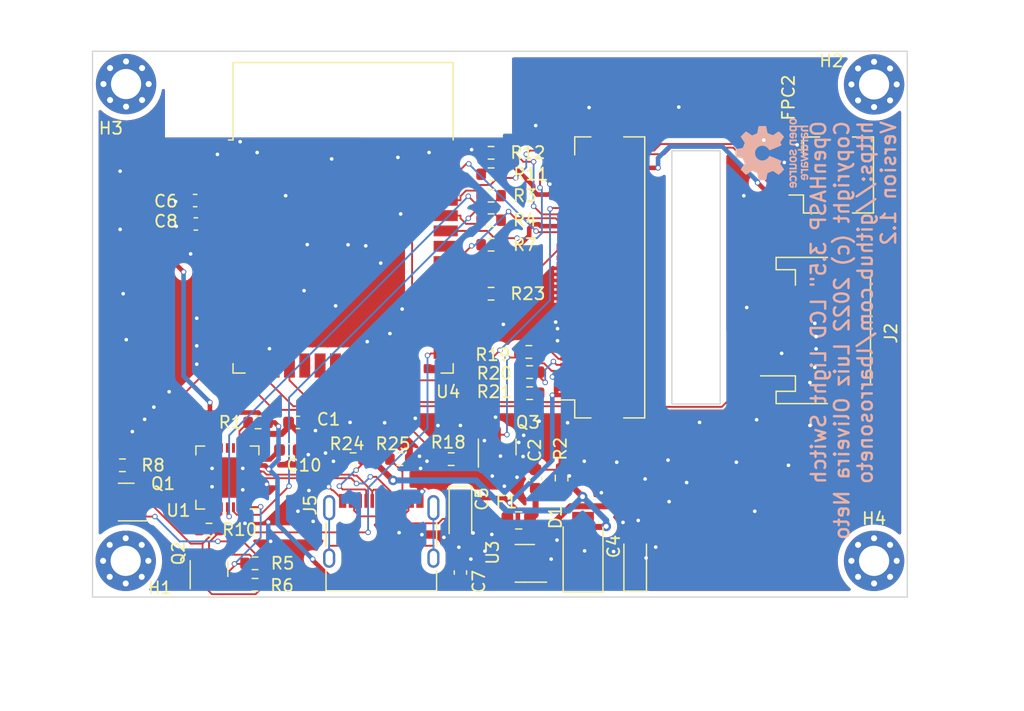
<source format=kicad_pcb>
(kicad_pcb (version 20211014) (generator pcbnew)
  (layers (0 "F.Cu" signal) (31 "B.Cu" signal) (34 "B.Paste" user) (35 "F.Paste" user) (36 "B.SilkS" user "B.Silkscreen") (37 "F.SilkS" user "F.Silkscreen") (38 "B.Mask" user) (39 "F.Mask" user) (44 "Edge.Cuts" user))
  (net 0 "")
  (net 1 "VBUS")
  (net 2 "GND")
  (net 3 "+3V3")
  (net 4 "EN")
  (net 5 "Net-(F1-Pad2)")
  (net 6 "TFT_CS")
  (net 7 "DC_RS")
  (net 8 "SCK")
  (net 9 "SDI")
  (net 10 "TFT_RESET")
  (net 11 "LED_K1")
  (net 12 "LED_K2")
  (net 13 "LED_K3")
  (net 14 "SDA")
  (net 15 "SCL")
  (net 16 "CTC_IRQ")
  (net 17 "IO12")
  (net 18 "IO13")
  (net 19 "IO14")
  (net 20 "IO16")
  (net 22 "Net-(J5-PadB5)")
  (net 23 "D+")
  (net 24 "D-")
  (net 25 "Net-(J5-PadA5)")
  (net 26 "TFT_LED")
  (net 27 "RTS")
  (net 28 "Net-(Q1-Pad1)")
  (net 29 "Net-(Q2-Pad1)")
  (net 30 "DTR")
  (net 31 "IO0")
  (net 32 "Net-(Q3-Pad1)")
  (net 33 "Net-(Q3-Pad3)")
  (net 34 "RSTb")
  (net 35 "TXD0")
  (net 36 "Net-(R3-Pad2)")
  (net 37 "Net-(R4-Pad2)")
  (net 38 "RXD0")
  (net 39 "IO5")
  (net 40 "VPP")
  (net 49 "unconnected-(J5-PadS1)")
  (footprint "Capacitor_SMD:C_0603_1608Metric" (layer "F.Cu") (at 115.5029 102.1855 90)
    (fp_text reference "C7")
    (fp_text value "1uF")
  )
  (footprint "Connector_FFC-FPC:Hirose_FH12-6S-0.5SH_1x06-1MP_P0.50mm_Horizontal" (layer "F.Cu") (at 145.2229 69.2275 90)
    (fp_text reference "FPC2")
    (fp_text value "Conn_01x06")
  )
  (footprint "MountingHole:MountingHole_2.5mm_Pad_Via" (layer "F.Cu") (at 87.7729 101.2175)
    (fp_text reference "H1")
    (fp_text value "MountingHole")
  )
  (footprint "MountingHole:MountingHole_2.5mm_Pad_Via" (layer "F.Cu") (at 149.7729 61.7175)
    (fp_text reference "H2")
    (fp_text value "MountingHole")
  )
  (footprint "MountingHole:MountingHole_2.5mm_Pad_Via" (layer "F.Cu") (at 87.8029 61.6875)
    (fp_text reference "H3")
    (fp_text value "MountingHole")
  )
  (footprint "Package_TO_SOT_SMD:SOT-23" (layer "F.Cu") (at 118.5509 91.7715 90)
    (fp_text reference "Q3")
    (fp_text value "S8050")
  )
  (footprint "Resistor_SMD:R_0603_1608Metric" (layer "F.Cu") (at 118.0429 67.3875)
    (fp_text reference "R12")
    (fp_text value "10K")
  )
  (footprint "Package_TO_SOT_SMD:SOT-23" (layer "F.Cu") (at 87.8169 96.3435 180)
    (fp_text reference "Q1")
    (fp_text value "S8050")
  )
  (footprint "Resistor_SMD:R_0603_1608Metric" (layer "F.Cu") (at 98.4849 101.4235 180)
    (fp_text reference "R5")
    (fp_text value "10K")
  )
  (footprint "MountingHole:MountingHole_2.5mm_Pad_Via" (layer "F.Cu") (at 149.7729 101.2175)
    (fp_text reference "H4")
    (fp_text value "MountingHole")
  )
  (footprint "Capacitor_SMD:C_0603_1608Metric" (layer "F.Cu") (at 93.5229 71.3475 180)
    (fp_text reference "C6")
    (fp_text value "0.1uF")
  )
  (footprint "Capacitor_SMD:C_0603_1608Metric" (layer "F.Cu") (at 121.7304 94.4375 90)
    (fp_text reference "C2")
    (fp_text value "0.1uF")
  )
  (footprint "Package_DFN_QFN:QFN-28-1EP_5x5mm_P0.5mm_EP3.35x3.35mm" (layer "F.Cu") (at 96.1989 94.3115 180)
    (fp_text reference "U1")
    (fp_text value "CP2102N-A01-GQFN28")
  )
  (footprint "Resistor_SMD:R_0603_1608Metric" (layer "F.Cu") (at 98.4849 103.2015 180)
    (fp_text reference "R6")
    (fp_text value "10K")
  )
  (footprint "Resistor_SMD:R_0603_1608Metric" (layer "F.Cu") (at 123.8849 94.3475 90)
    (fp_text reference "R2")
    (fp_text value "100K")
  )
  (footprint "Resistor_SMD:R_0603_1608Metric" (layer "F.Cu") (at 98.7389 89.7395 180)
    (fp_text reference "R1")
    (fp_text value "4.7K")
  )
  (footprint "Capacitor_SMD:C_0603_1608Metric" (layer "F.Cu") (at 101.2919 92.0255)
    (fp_text reference "C10")
    (fp_text value "0.1uF")
  )
  (footprint "Capacitor_SMD:C_0603_1608Metric" (layer "F.Cu") (at 93.5829 73.2875 180)
    (fp_text reference "C8")
    (fp_text value "0.1uF")
  )
  (footprint "Capacitor_Tantalum_SMD:CP_EIA-3216-18_Kemet-A" (layer "F.Cu") (at 115.5029 97.3595 -90)
    (fp_text reference "C5")
    (fp_text value "10uF")
  )
  (footprint "Capacitor_SMD:C_0603_1608Metric" (layer "F.Cu") (at 102.0409 89.7395)
    (fp_text reference "C1")
    (fp_text value "0.1uF")
  )
  (footprint "Resistor_SMD:R_0603_1608Metric" (layer "F.Cu") (at 106.6129 92.7875)
    (fp_text reference "R24")
    (fp_text value "5K1")
  )
  (footprint "Resistor_SMD:R_0603_1608Metric" (layer "F.Cu") (at 114.7409 92.7875)
    (fp_text reference "R18")
    (fp_text value "10K")
  )
  (footprint "Resistor_SMD:R_0603_1608Metric" (layer "F.Cu") (at 110.4859 92.7875 180)
    (fp_text reference "R25")
    (fp_text value "5K1")
  )
  (footprint "ESP32_TouchDown_lib:Hirose_FH12-40S-0.5SH_1x40-1MP_P0.50mm_Horizontal_flipped" (layer "F.Cu") (at 126.2729 77.7175 90)
    (fp_text reference "FPC1")
    (fp_text value "FPC_40P_0.5mm")
  )
  (footprint "RF_Module:ESP32-WROOM-32" (layer "F.Cu") (at 105.7829 75.7695)
    (fp_text reference "U4")
    (fp_text value "ESP32-WROOM-32D")
  )
  (footprint "Resistor_SMD:R_0603_1608Metric" (layer "F.Cu") (at 118.0429 70.9435)
    (fp_text reference "R3")
    (fp_text value "1K")
  )
  (footprint "Resistor_SMD:R_0603_1608Metric" (layer "F.Cu") (at 94.6749 98.6295)
    (fp_text reference "R10")
    (fp_text value "10K")
  )
  (footprint "Resistor_SMD:R_0603_1608Metric" (layer "F.Cu") (at 118.0429 72.9755)
    (fp_text reference "R4")
    (fp_text value "1K")
  )
  (footprint "Package_TO_SOT_SMD:SOT-23" (layer "F.Cu") (at 94.6749 101.853 90)
    (fp_text reference "Q2")
    (fp_text value "S8050")
  )
  (footprint "Fuse:Fuse_0805_2012Metric" (layer "F.Cu") (at 120.3289 97.8675 180)
    (fp_text reference "F1")
    (fp_text value "Polyfuse")
  )
  (footprint "Connector_USB:USB_C_Receptacle_XKB_U262-16XN-4BVC11" (layer "F.Cu") (at 108.9479 99.9175)
    (fp_text reference "J5")
    (fp_text value "USB_C_Receptacle_USB2.0")
  )
  (footprint "Resistor_SMD:R_0603_1608Metric" (layer "F.Cu") (at 121.1729 83.8975)
    (fp_text reference "R19")
    (fp_text value "10")
  )
  (footprint "Diode_SMD:D_SMA" (layer "F.Cu") (at 125.6629 100.4075 90)
    (fp_text reference "D1")
    (fp_text value "SS14D")
  )
  (footprint "Capacitor_Tantalum_SMD:CP_EIA-3216-18_Kemet-A" (layer "F.Cu") (at 129.9809 101.4235 90)
    (fp_text reference "C4")
    (fp_text value "10uF")
  )
  (footprint "Package_TO_SOT_SMD:SOT-23-5" (layer "F.Cu") (at 120.8369 101.4235 180)
    (fp_text reference "U3")
    (fp_text value "AP2112K-3.3")
  )
  (footprint "Resistor_SMD:R_0603_1608Metric" (layer "F.Cu") (at 118.0429 79.0715 180)
    (fp_text reference "R23")
    (fp_text value "10K")
  )
  (footprint "Resistor_SMD:R_0603_1608Metric" (layer "F.Cu") (at 121.2329 85.5675)
    (fp_text reference "R20")
    (fp_text value "10")
  )
  (footprint "Resistor_SMD:R_0603_1608Metric" (layer "F.Cu") (at 121.2329 87.3175)
    (fp_text reference "R21")
    (fp_text value "10")
  )
  (footprint "Resistor_SMD:R_0603_1608Metric" (layer "F.Cu") (at 87.4999 93.2955 180)
    (fp_text reference "R8")
    (fp_text value "10K")
  )
  (footprint "Resistor_SMD:R_0603_1608Metric" (layer "F.Cu") (at 118.0429 69.1655)
    (fp_text reference "R11")
    (fp_text value "10K")
  )
  (footprint "Resistor_SMD:R_0603_1608Metric" (layer "F.Cu") (at 118.0429 75.0075)
    (fp_text reference "R7")
    (fp_text value "10K")
  )
  (footprint "Connector_JST:JST_PH_S4B-PH-SM4-TB_1x04-1MP_P2.00mm_Horizontal" (layer "F.Cu") (at 144.9669 82.1195 90)
    (fp_text reference "J2")
    (fp_text value "Conn_01x04")
  )
  (footprint "Symbol:OSHW-Logo_5.7x6mm_SilkScreen" (layer "B.Cu") (at 141.3029 67.4075 -90)
    (fp_text reference "REF**" hide)
    (fp_text value "OSHW-Logo_5.7x6mm_SilkScreen" hide)
  )
  (gr_line (start 85.0229 104.2175) (end 152.5229 104.2175) (layer "Edge.Cuts") (width 0.1))
  (gr_line (start 85.0229 104.2175) (end 85.0229 58.9675) (layer "Edge.Cuts") (width 0.1))
  (gr_line (start 137.0229 67.2175) (end 137.0229 88.2175) (layer "Edge.Cuts") (width 0.1))
  (gr_line (start 137.0229 88.2175) (end 133.0229 88.2175) (layer "Edge.Cuts") (width 0.1))
  (gr_line (start 133.0229 88.2175) (end 133.0229 67.2175) (layer "Edge.Cuts") (width 0.1))
  (gr_line (start 152.5229 58.9675) (end 152.5229 104.2175) (layer "Edge.Cuts") (width 0.1))
  (gr_line (start 85.0229 58.9675) (end 152.5229 58.9675) (layer "Edge.Cuts") (width 0.1))
  (gr_line (start 133.0229 67.2175) (end 137.0229 67.2175) (layer "Edge.Cuts") (width 0.1))
  (gr_text "OpenHASP 3.5{dblquote} LCD Light Switch\nCopyright (c) 2022 Luiz Oliveira Neto\nhttps://github.com/lbarrosoneto\nVersion 1.2" (at 148.0729 64.6375 90) (layer "B.SilkS") (effects (font (size 1.2 1.2) (thickness 0.2)) (justify left mirror)))
  (segment (start 108.6048 92.5866) (end 108.6048 93.2304) (width 0.5) (layer "F.Cu") (net 1))
  (segment (start 107.0788 91.0606) (end 108.6048 92.5866) (width 0.5) (layer "F.Cu") (net 1))
  (segment (start 101.2659 90.1206) (end 101.2659 89.7395) (width 0.5) (layer "F.Cu") (net 1))
  (segment (start 127.5315 98.4075) (end 127.5819 98.3571) (width 0.5) (layer "F.Cu") (net 1))
  (segment (start 108.6048 93.2304) (end 109.9215 94.5471) (width 0.5) (layer "F.Cu") (net 1))
  (segment (start 125.6204 95.897) (end 124.8959 95.1725) (width 0.5) (layer "F.Cu") (net 1))
  (segment (start 100.6937 90.6928) (end 101.2659 90.1206) (width 0.5) (layer "F.Cu") (net 1))
  (segment (start 102.587 91.0606) (end 107.0788 91.0606) (width 0.5) (layer "F.Cu") (net 1))
  (segment (start 121.7304 97.4035) (end 121.7304 95.2125) (width 0.5) (layer "F.Cu") (net 1))
  (segment (start 124.8959 95.1725) (end 123.8849 95.1725) (width 0.5) (layer "F.Cu") (net 1))
  (segment (start 121.7704 95.1725) (end 121.7304 95.2125) (width 0.5) (layer "F.Cu") (net 1))
  (segment (start 125.6629 98.4075) (end 127.5315 98.4075) (width 0.5) (layer "F.Cu") (net 1))
  (segment (start 97.8903 91.6701) (end 97.6989 91.8615) (width 0.2502) (layer "F.Cu") (net 1))
  (segment (start 98.8676 90.6928) (end 100.6937 90.6928) (width 0.5) (layer "F.Cu") (net 1))
  (segment (start 121.2664 97.8675) (end 121.7304 97.4035) (width 0.5) (layer "F.Cu") (net 1))
  (segment (start 97.8903 91.6701) (end 98.8676 90.6928) (width 0.5) (layer "F.Cu") (net 1))
  (segment (start 101.2659 89.7395) (end 102.587 91.0606) (width 0.5) (layer "F.Cu") (net 1))
  (segment (start 123.8849 95.1725) (end 121.7704 95.1725) (width 0.5) (layer "F.Cu") (net 1))
  (via (at 109.9215 94.5471) (size 0.8) (drill 0.4) (layers "F.Cu" "B.Cu") (net 1))
  (via (at 125.6204 95.897) (size 0.8) (drill 0.4) (layers "F.Cu" "B.Cu") (net 1))
  (via (at 127.5819 98.3571) (size 0.8) (drill 0.4) (layers "F.Cu" "B.Cu") (net 1))
  (segment (start 109.9215 94.5471) (end 116.7889 94.5471) (width 0.5) (layer "B.Cu") (net 1))
  (segment (start 127.5819 97.8585) (end 125.6204 95.897) (width 0.5) (layer "B.Cu") (net 1))
  (segment (start 124.4786 97.0388) (end 125.6204 95.897) (width 0.5) (layer "B.Cu") (net 1))
  (segment (start 119.2806 97.0388) (end 124.4786 97.0388) (width 0.5) (layer "B.Cu") (net 1))
  (segment (start 116.7889 94.5471) (end 119.2806 97.0388) (width 0.5) (layer "B.Cu") (net 1))
  (segment (start 127.5819 98.3571) (end 127.5819 97.8585) (width 0.5) (layer "B.Cu") (net 1))
  (segment (start 116.9569 67.1265) (end 117.2179 67.3875) (width 0.1524) (layer "F.Cu") (net 2))
  (segment (start 123.764 81.4675) (end 123.5464 81.2499) (width 0.1524) (layer "F.Cu") (net 2))
  (segment (start 124.4229 82.4675) (end 123.5464 82.4675) (width 0.1524) (layer "F.Cu") (net 2))
  (segment (start 123.764 78.4675) (end 123.5464 78.2499) (width 0.1524) (layer "F.Cu") (net 2))
  (segment (start 123.764 77.4675) (end 123.5464 77.2499) (width 0.1524) (layer "F.Cu") (net 2))
  (segment (start 124.4229 80.9675) (end 123.9847 80.9675) (width 0.1524) (layer "F.Cu") (net 2))
  (segment (start 123.5464 80.7499) (end 123.5464 80.4675) (width 0.1524) (layer "F.Cu") (net 2))
  (segment (start 118.8173 92.534) (end 119.3259 92.534) (width 0.1524) (layer "F.Cu") (net 2))
  (segment (start 123.9847 78.4675) (end 123.764 78.4675) (width 0.1524) (layer "F.Cu") (net 2))
  (segment (start 123.5464 81.2499) (end 123.5464 80.9675) (width 0.1524) (layer "F.Cu") (net 2))
  (segment (start 124.4229 80.4675) (end 123.9847 80.4675) (width 0.1524) (layer "F.Cu") (net 2))
  (segment (start 112.9047 67.3628) (end 113.0564 67.5145) (width 0.1524) (layer "F.Cu") (net 2))
  (segment (start 105.5979 96.2475) (end 105.5979 96.0102) (width 0.1524) (layer "F.Cu") (net 2))
  (segment (start 123.764 79.9675) (end 123.5464 79.7499) (width 0.1524) (layer "F.Cu") (net 2))
  (segment (start 124.5337 94.1713) (end 124.0249 93.6625) (width 0.1524) (layer "F.Cu") (net 2))
  (segment (start 123.8849 93.6625) (end 123.8849 93.5225) (width 0.1524) (layer "F.Cu") (net 2))
  (segment (start 124.4229 85.9675) (end 123.1279 85.9675) (width 0.1524) (layer "F.Cu") (net 2))
  (segment (start 123.3935 81.4236) (end 123.5025 81.4236) (width 0.1524) (layer "F.Cu") (net 2))
  (segment (start 123.764 80.4675) (end 123.5464 80.2499) (width 0.1524) (layer "F.Cu") (net 2))
  (segment (start 102.8159 89.7395) (end 103.4935 90.4171) (width 0.1524) (layer "F.Cu") (net 2))
  (segment (start 96.6989 94.8115) (end 96.1989 94.3115) (width 0.1524) (layer "F.Cu") (net 2))
  (segment (start 112.2009 93.5495) (end 112.2009 95.0817) (width 0.1524) (layer "F.Cu") (net 2))
  (segment (start 123.764 77.9675) (end 123.5464 77.9675) (width 0.1524) (layer "F.Cu") (net 2))
  (segment (start 123.764 76.4675) (end 123.5464 76.4675) (width 0.1524) (layer "F.Cu") (net 2))
  (segment (start 91.9595 73.4806) (end 92.6148 73.4806) (width 0.1524) (layer "F.Cu") (net 2))
  (segment (start 123.5025 81.4236) (end 123.5464 81.4675) (width 0.1524) (layer "F.Cu") (net 2))
  (segment (start 123.764 81.4675) (end 123.5464 81.4675) (width 0.1524) (layer "F.Cu") (net 2))
  (segment (start 124.4229 76.9675) (end 123.9847 76.9675) (width 0.1524) (layer "F.Cu") (net 2))
  (segment (start 123.764 77.4675) (end 123.5464 77.4675) (width 0.1524) (layer "F.Cu") (net 2))
  (segment (start 123.764 78.9675) (end 123.5464 78.9675) (width 0.1524) (layer "F.Cu") (net 2))
  (segment (start 123.5311 69.9828) (end 123.5464 69.9675) (width 0.1524) (layer "F.Cu") (net 2))
  (segment (start 123.5464 82.9675) (end 123.5464 83.4675) (width 0.1524) (layer "F.Cu") (net 2))
  (segment (start 123.5464 81.4675) (end 123.5464 81.9675) (width 0.1524) (layer "F.Cu") (net 2))
  (segment (start 124.4229 75.9675) (end 124.0603 75.9675) (width 0.1524) (layer "F.Cu") (net 2))
  (segment (start 142.3333 68.1895) (end 142.4964 68.0264) (width 0.1524) (layer "F.Cu") (net 2))
  (segment (start 122.9111 69.9828) (end 123.5311 69.9828) (width 0.1524) (layer "F.Cu") (net 2))
  (segment (start 123.764 77.9675) (end 123.5464 77.7499) (width 0.1524) (layer "F.Cu") (net 2))
  (segment (start 124.4229 69.9675) (end 123.5464 69.9675) (width 0.1524) (layer "F.Cu") (net 2))
  (segment (start 123.764 79.4675) (end 123.5464 79.2499) (width 0.1524) (layer "F.Cu") (net 2))
  (segment (start 123.5464 76.2499) (end 123.5464 75.9675) (width 0.1524) (layer "F.Cu") (net 2))
  (segment (start 123.5464 81.9675) (end 123.5464 82.4675) (width 0.1524) (layer "F.Cu") (net 2))
  (segment (start 124.0603 76.4675) (end 123.764 76.4675) (width 0.1524) (layer "F.Cu") (net 2))
  (segment (start 123.9847 76.9675) (end 123.764 76.9675) (width 0.1524) (layer "F.Cu") (net 2))
  (segment (start 124.4229 81.9675) (end 123.5464 81.9675) (width 0.1524) (layer "F.Cu") (net 2))
  (segment (start 123.764 78.4675) (end 123.5464 78.4675) (width 0.1524) (layer "F.Cu") (net 2))
  (segment (start 123.5464 79.7499) (end 123.5464 79.4675) (width 0.1524) (layer "F.Cu") (net 2))
  (segment (start 98.6611 67.3628) (end 98.5094 67.5145) (width 0.1524) (layer "F.Cu") (net 2))
  (segment (start 124.4229 78.4675) (end 123.9847 78.4675) (width 0.1524) (layer "F.Cu") (net 2))
  (segment (start 123.5464 77.7499) (end 123.5464 77.4675) (width 0.1524) (layer "F.Cu") (net 2))
  (segment (start 105.6128 92.9626) (end 105.7879 92.7875) (width 0.1524) (layer "F.Cu") (net 2))
  (segment (start 115.7001 98.9067) (end 115.5029 98.7095) (width 0.1524) (layer "F.Cu") (net 2))
  (segment (start 124.4229 83.4675) (end 123.5464 83.4675) (width 0.1524) (layer "F.Cu") (net 2))
  (segment (start 123.9847 79.4675) (end 123.764 79.4675) (width 0.1524) (layer "F.Cu") (net 2))
  (segment (start 105.5979 96.0102) (end 104.9567 95.369) (width 0.1524) (layer "F.Cu") (net 2))
  (segment (start 123.5464 78.2499) (end 123.5464 77.9675) (width 0.1524) (layer "F.Cu") (net 2))
  (segment (start 107.6593 75.0994) (end 107.5943 75.0994) (width 0.1524) (layer "F.Cu") (net 2))
  (segment (start 123.764 80.9675) (end 123.5464 80.7499) (width 0.1524) (layer "F.Cu") (net 2))
  (segment (start 124.4229 78.9675) (end 123.9847 78.9675) (width 0.1524) (layer "F.Cu") (net 2))
  (segment (start 119.3259 92.534) (end 119.5009 92.709) (width 0.1524) (layer "F.Cu") (net 2))
  (segment (start 100.0679 85.0245) (end 100.0679 83.798) (width 0.1524) (layer "F.Cu") (net 2))
  (segment (start 123.764 76.9675) (end 123.5464 76.7499) (width 0.1524) (layer "F.Cu") (net 2))
  (segment (start 124.4229 79.4675) (end 123.9847 79.4675) (width 0.1524) (layer "F.Cu") (net 2))
  (segment (start 104.7829 75.0145) (end 106.1959 75.0145) (width 0.1524) (layer "F.Cu") (net 2))
  (segment (start 143.3729 67.9775) (end 142.4964 67.9775) (width 0.1524) (layer "F.Cu") (net 2))
  (segment (start 102.8991 92.4138) (end 102.4552 92.4138) (width 0.1524) (layer "F.Cu") (net 2))
  (segment (start 124.0249 93.6625) (end 123.8849 93.6625) (width 0.1524) (layer "F.Cu") (net 2))
  (segment (start 123.5464 80.2499) (end 123.5464 79.9675) (width 0.1524) (layer "F.Cu") (net 2))
  (segment (start 130.8849 100.9775) (end 129.9809 100.0735) (width 0.1524) (layer "F.Cu") (net 2))
  (segment (start 123.764 78.9675) (end 123.5464 78.7499) (width 0.1524) (layer "F.Cu") (net 2))
  (segment (start 123.9847 79.9675) (end 123.764 79.9675) (width 0.1524) (layer "F.Cu") (net 2))
  (segment (start 116.4322 67.1265) (end 116.9569 67.1265) (width 0.1524) (layer "F.Cu") (net 2))
  (segment (start 123.764 80.9675) (end 123.5464 80.9675) (width 0.1524) (layer "F.Cu") (net 2))
  (segment (start 123.764 79.9675) (end 123.5464 79.9675) (width 0.1524) (layer "F.Cu") (net 2))
  (segment (start 116.3671 101.071) (end 115.8424 101.071) (width 0.1524) (layer "F.Cu") (net 2))
  (segment (start 92.6669 71.4285) (end 92.7479 71.3475) (width 0.1524) (layer "F.Cu") (net 2))
  (segment (start 124.0603 75.9675) (end 124.4229 75.6049) (width 0.1524) (layer "F.Cu") (net 2))
  (segment (start 112.1108 92.5436) (end 111.5548 92.5436) (width 0.1524) (layer "F.Cu") (net 2))
  (segment (start 124.4229 75.6049) (end 124.4229 75.4675) (width 0.1524) (layer "F.Cu") (net 2))
  (segment (start 99.3881 94.8115) (end 98.6489 94.8115) (width 0.1524) (layer "F.Cu") (net 2))
  (segment (start 124.4229 82.9675) (end 123.5464 82.9675) (width 0.1524) (layer "F.Cu") (net 2))
  (segment (start 123.5464 82.4675) (end 123.5464 82.9675) (width 0.1524) (layer "F.Cu") (net 2))
  (segment (start 102.4552 92.4138) (end 102.0669 92.0255) (width 0.1524) (layer "F.Cu") (net 2))
  (segment (start 123.5464 78.7499) (end 123.5464 78.4675) (width 0.1524) (layer "F.Cu") (net 2))
  (segment (start 142.4964 68.0264) (end 142.4964 67.9775) (width 0.1524) (layer "F.Cu") (net 2))
  (segment (start 123.9847 78.9675) (end 123.764 78.9675) (width 0.1524) (layer "F.Cu") (net 2))
  (segment (start 92.6148 73.4806) (end 92.8079 73.2875) (width 0.1524) (layer "F.Cu") (net 2))
  (segment (start 124.4229 81.4675) (end 123.9847 81.4675) (width 0.1524) (layer "F.Cu") (net 2))
  (segment (start 123.764 79.4675) (end 123.5464 79.4675) (width 0.1524) (layer "F.Cu") (net 2))
  (segment (start 112.2979 96.2475) (end 111.9979 96.2475) (width 0.1524) (layer "F.Cu") (net 2))
  (segment (start 123.764 76.9675) (end 123.5464 76.9675) (width 0.1524) (layer "F.Cu") (net 2))
  (segment (start 123.5464 79.2499) (end 123.5464 78.9675) (width 0.1524) (layer "F.Cu") (net 2))
  (segment (start 123.0197 101.071) (end 122.3269 101.071) (width 0.1524) (layer "F.Cu") (net 2))
  (segment (start 112.2009 95.0817) (end 111.9979 95.2847) (width 0.1524) (layer "F.Cu") (net 2))
  (segment (start 111.5548 92.5436) (end 111.3109 92.7875) (width 0.1524) (layer "F.Cu") (net 2))
  (segment (start 123.9847 81.4675) (end 123.764 81.4675) (width 0.1524) (layer "F.Cu") (net 2))
  (segment (start 99.4485 94.8719) (end 99.3881 94.8115) (width 0.1524) (layer "F.Cu") (net 2))
  (segment (start 142.1169 83.1195) (end 142.1169 84.0133) (width 0.1524) (layer "F.Cu") (net 2))
  (segment (start 124.4229 76.4675) (end 124.0603 76.4675) (width 0.1524) (layer "F.Cu") (net 2))
  (segment (start 123.9847 77.4675) (end 123.764 77.4675) (width 0.1524) (layer "F.Cu") (net 2))
  (segment (start 124.4229 77.9675) (end 123.9847 77.9675) (width 0.1524) (layer "F.Cu") (net 2))
  (segment (start 114.2829 67.5145) (end 113.0564 67.5145) (width 0.1524) (layer "F.Cu") (net 2))
  (segment (start 123.5464 77.2499) (end 123.5464 76.9675) (width 0.1524) (layer "F.Cu") (net 2))
  (segment (start 111.9979 95.2847) (end 111.9979 96.2475) (width 0.1524) (layer "F.Cu") (net 2))
  (segment (start 116.5566 98.9067) (end 115.7001 98.9067) (width 0.1524) (layer "F.Cu") (net 2))
  (segment (start 115.8424 101.071) (end 115.5029 101.4105) (width 0.1524) (layer "F.Cu") (net 2))
  (segment (start 124.0603 75.9675) (end 123.5464 75.9675) (width 0.1524) (layer "F.Cu") (net 2))
  (segment (start 106.1959 75.0145) (end 107.5094 75.0145) (width 0.1524) (layer "F.Cu") (net 2))
  (segment (start 98.6489 94.8115) (end 96.6989 94.8115) (width 0.1524) (layer "F.Cu") (net 2))
  (segment (start 104.8764 95.369) (end 104.5809 95.0735) (width 0.1524) (layer "F.Cu") (net 2))
  (segment (start 105.5979 96.2475) (end 105.8979 96.2475) (width 0.1524) (layer "F.Cu") (net 2))
  (segment (start 104.9826 92.9626) (end 105.6128 92.9626) (width 0.1524) (layer "F.Cu") (net 2))
  (segment (start 123.9847 77.9675) (end 123.764 77.9675) (width 0.1524) (layer "F.Cu") (net 2))
  (segment (start 123.9847 80.4675) (end 123.764 80.4675) (width 0.1524) (layer "F.Cu") (net 2))
  (segment (start 99.8464 83.798) (end 100.0679 83.798) (width 0.1524) (layer "F.Cu") (net 2))
  (segment (start 123.9847 80.9675) (end 123.764 80.9675) (width 0.1524) (layer "F.Cu") (net 2))
  (segment (start 123.8849 93.6625) (end 121.7304 93.6625) (width 0.1524) (layer "F.Cu") (net 2))
  (segment (start 123.764 76.4675) (end 123.5464 76.2499) (width 0.1524) (layer "F.Cu") (net 2))
  (segment (start 124.4229 79.9675) (end 123.9847 79.9675) (width 0.1524) (layer "F.Cu") (net 2))
  (segment (start 124.4229 77.4675) (end 123.9847 77.4675) (width 0.1524) (layer "F.Cu") (net 2))
  (segment (start 91.9102 71.4285) (end 92.6669 71.4285) (width 0.1524) (layer "F.Cu") (net 2))
  (segment (start 99.6782 83.6298) (end 99.8464 83.798) (width 0.1524) (layer "F.Cu") (net 2))
  (segment (start 104.9567 95.369) (end 104.8764 95.369) (width 0.1524) (layer "F.Cu") (net 2))
  (segment (start 107.5943 75.0994) (end 107.5094 75.0145) (width 0.1524) (layer "F.Cu") (net 2))
  (segment (start 122.3269 101.071) (end 121.9744 101.4235) (width 0.1524) (layer "F.Cu") (net 2))
  (segment (start 123.5464 76.7499) (end 123.5464 76.4675) (width 0.1524) (layer "F.Cu") (net 2))
  (segment (start 123.764 80.4675) (end 123.5464 80.4675) (width 0.1524) (layer "F.Cu") (net 2))
  (segment (start 97.2829 67.5145) (end 98.5094 67.5145) (width 0.1524) (layer "F.Cu") (net 2))
  (via (at 93.1509 75.7695) (size 0.45) (drill 0.3) (layers "F.Cu" "B.Cu") (net 2))
  (via (at 97.4689 95.3275) (size 0.45) (drill 0.3) (layers "F.Cu" "B.Cu") (net 2))
  (via (at 126.1629 63.6375) (size 0.45) (drill 0.3) (layers "F.Cu" "B.Cu") (net 2))
  (via (at 130.8849 100.9775) (size 0.45) (drill 0.3) (layers "F.Cu" "B.Cu") (net 2))
  (via (at 144.4589 86.4375) (size 0.45) (drill 0.3) (layers "F.Cu" "B.Cu") (net 2))
  (via (at 102.8991 92.4138) (size 0.45) (drill 0.3) (layers "F.Cu" "B.Cu") (net 2))
  (via (at 128.9729 98.0275) (size 0.45) (drill 0.3) (layers "F.Cu" "B.Cu") (net 2))
  (via (at 125.7929 100.3875) (size 0.45) (drill 0.3) (layers "F.Cu" "B.Cu") (net 2))
  (via (at 144.9669 83.6435) (size 0.45) (drill 0.3) (layers "F.Cu" "B.Cu") (net 2))
  (via (at 115.5029 89.9935) (size 0.45) (drill 0.3) (layers "F.Cu" "B.Cu") (net 2))
  (via (at 110.5529 72.4575) (size 0.45) (drill 0.3) (layers "F.Cu" "B.Cu") (net 2))
  (via (at 91.9102 71.4285) (size 0.45) (drill 0.3) (layers "F.Cu" "B.Cu") (net 2))
  (via (at 102.9529 95.3875) (size 0.45) (drill 0.3) (layers "F.Cu" "B.Cu") (net 2))
  (via (at 128.4569 93.0415) (size 0.45) (drill 0.3) (layers "F.Cu" "B.Cu") (net 2))
  (via (at 142.1169 84.0133) (size 0.45) (drill 0.3) (layers "F.Cu" "B.Cu") (net 2))
  (via (at 97.2529 66.4675) (size 0.45) (drill 0.3) (layers "F.Cu" "B.Cu") (net 2))
  (via (at 87.8169 82.8815) (size 0.45) (drill 0.3) (layers "F.Cu" "B.Cu") (net 2))
  (via (at 111.7629 89.3975) (size 0.45) (drill 0.3) (layers "F.Cu" "B.Cu") (net 2))
  (via (at 133.5929 63.5975) (size 0.45) (drill 0.3) (layers "F.Cu" "B.Cu") (net 2))
  (via (at 116.5566 98.9067) (size 0.45) (drill 0.3) (layers "F.Cu" "B.Cu") (net 2))
  (via (at 88.3249 90.5015) (size 0.45) (drill 0.3) (layers "F.Cu" "B.Cu") (net 2))
  (via (at 109.2229 89.7675) (size 0.45) (drill 0.3) (layers "F.Cu" "B.Cu") (net 2))
  (via (at 140.6329 66.3375) (size 0.45) (drill 0.3) (layers "F.Cu" "B.Cu") (net 2))
  (via (at 112.2009 93.5495) (size 0.45) (drill 0.3) (layers "F.Cu" "B.Cu") (net 2))
  (via (at 125.7629 92.9575) (size 0.45) (drill 0.3) (layers "F.Cu" "B.Cu") (net 2))
  (via (at 121.7429 65.1275) (size 0.45) (drill 0.3) (layers "F.Cu" "B.Cu") (net 2))
  (via (at 118.1429 94.1875) (size 0.45) (drill 0.3) (layers "F.Cu" "B.Cu") (net 2))
  (via (at 120.7429 90.8075) (size 0.45) (drill 0.3) (layers "F.Cu" "B.Cu") (net 2))
  (via (at 105.1629 80.0775) (size 0.45) (drill 0.3) (layers "F.Cu" "B.Cu") (net 2))
  (via (at 101.0249 70.9435) (size 0.45) (drill 0.3) (layers "F.Cu" "B.Cu") (net 2))
  (via (at 106.1959 75.0145) (size 0.45) (drill 0.3) (layers "F.Cu" "B.Cu") (net 2))
  (via (at 123.1279 85.9675) (size 0.45) (drill 0.3) (layers "F.Cu" "B.Cu") (net 2))
  (via (at 138.9829 70.9475) (size 0.45) (drill 0.3) (layers "F.Cu" "B.Cu") (net 2))
  (via (at 112.3129 99.0475) (size 0.45) (drill 0.3) (layers "F.Cu" "B.Cu") (net 2))
  (via (at 104.5809 95.0735) (size 0.45) (drill 0.3) (layers "F.Cu" "B.Cu") (net 2))
  (via (at 131.6829 100.0775) (size 0.45) (drill 0.3) (layers "F.Cu" "B.Cu") (net 2))
  (via (at 132.7029 92.8675) (size 0.45) (drill 0.3) (layers "F.Cu" "B.Cu") (net 2))
  (via (at 112.3229 95.4675) (size 0.45) (drill 0.3) (layers "F.Cu" "B.Cu") (net 2))
  (via (at 130.2349 97.8675) (size 0.45) (drill 0.3) (layers "F.Cu" "B.Cu") (net 2))
  (via (at 119.0589 81.6115) (size 0.45) (drill 0.3) (layers "F.Cu" "B.Cu") (net 2))
  (via (at 89.3409 89.4855) (size 0.45) (drill 0.3) (layers "F.Cu" "B.Cu") (net 2))
  (via (at 110.6769 80.3415) (size 0.45) (drill 0.3) (layers "F.Cu" "B.Cu") (net 2))
  (via (at 87.5629 79.0715) (size 0.45) (drill 0.3) (layers "F.Cu" "B.Cu") (net 2))
  (via (at 112.1108 92.5436) (size 0.45) (drill 0.3) (layers "F.Cu" "B.Cu") (net 2))
  (via (at 117.5349 100.4075) (size 0.45) (drill 0.3) (layers "F.Cu" "B.Cu") (net 2))
  (via (at 139.2229 80.2175) (size 0.45) (drill 0.3) (layers "F.Cu" "B.Cu") (net 2))
  (via (at 93.6589 83.3895) (size 0.45) (drill 0.3) (layers "F.Cu" "B.Cu") (net 2))
  (via (at 109.6609 82.3735) (size 0.45) (drill 0.3) (layers "F.Cu" "B.Cu") (net 2))
  (via (at 123.5464 82.9675) (size 0.45) (drill 0.3) (layers "F.Cu" "B.Cu") (net 2))
  (via (at 138.3629 93.0415) (size 0.45) (drill 0.3) (layers "F.Cu" "B.Cu") (net 2))
  (via (at 120.1929 94.2875) (size 0.45) (drill 0.3) (layers "F.Cu" "B.Cu") (net 2))
  (via (at 122.0229 89.6375) (size 0.45) (drill 0.3) (layers "F.Cu" "B.Cu") (net 2))
  (via (at 144.8629 81.5275) (size 0.45) (drill 0.3) (layers "F.Cu" "B.Cu") (net 2))
  (via (at 134.2429 94.7275) (size 0.45) (drill 0.3) (layers "F.Cu" "B.Cu") (net 2))
  (via (at 110.3229 67.7675) (size 0.45) (drill 0.3) (layers "F.Cu" "B.Cu") (net 2))
  (via (at 143.4029 66.7275) (size 0.45) (drill 0.3) (layers "F.Cu" "B.Cu") (net 2))
  (via (at 102.0409 97.1055) (size 0.45) (drill 0.3) (layers "F.Cu" "B.Cu") (net 2))
  (via (at 103.3029 97.9475) (size 0.45) (drill 0.3) (layers "F.Cu" "B.Cu") (net 2))
  (via (at 142.6809 93.2955) (size 0.45) (drill 0.3) (layers "F.Cu" "B.Cu") (net 2))
  (via (at 97.4689 93.5495) (size 0.45) (drill 0.3) (layers "F.Cu" "B.Cu") (net 2))
  (via (at 118.8173 92.534) (size 0.45) (drill 0.3) (layers "F.Cu" "B.Cu") (net 2))
  (via (at 142.3333 68.1895) (size 0.45) (drill 0.3) (layers "F.Cu" "B.Cu") (net 2))
  (via (at 123.5464 81.9675) (size 0.45) (drill 0.3) (layers "F.Cu" "B.Cu") (net 2))
  (via (at 120.6929 92.5675) (size 0.45) (drill 0.3) (layers "F.Cu" "B.Cu") (net 2))
  (via (at 94.9289 95.0735) (size 0.45) (drill 0.3) (layers "F.Cu" "B.Cu") (net 2))
  (via (at 110.4229 98.8835) (size 0.45) (drill 0.3) (layers "F.Cu" "B.Cu") (net 2))
  (via (at 103.4935 90.4171) (size 0.45) (drill 0.3) (layers "F.Cu" "B.Cu") (net 2))
  (via (at 102.5489 78.8175) (size 0.45) (drill 0.3) (layers "F.Cu" "B.Cu") (net 2))
  (via (at 122.9111 69.9828) (size 0.45) (drill 0.3) (layers "F.Cu" "B.Cu") (net 2))
  (via (at 116.4322 67.1265) (size 0.45) (drill 0.3) (layers "F.Cu" "B.Cu") (net 2))
  (via (at 139.8869 97.1055) (size 0.45) (drill 0.3) (layers "F.Cu" "B.Cu") (net 2))
  (via (at 140.0429 89.5175) (size 0.45) (drill 0.3) (layers "F.Cu" "B.Cu") (net 2))
  (via (at 123.0197 101.071) (size 0.45) (drill 0.3) (layers "F.Cu" "B.Cu") (net 2))
  (via (at 123.3935 81.4236) (size 0.45) (drill 0.3) (layers "F.Cu" "B.Cu") (net 2))
  (via (at 123.5029 99.4975) (size 0.45) (drill 0.3) (layers "F.Cu" "B.Cu") (net 2))
  (via (at 118.4129 89.3075) (size 0.45) (drill 0.3) (layers "F.Cu" "B.Cu") (net 2))
  (via (at 104.9826 92.9626) (size 0.45) (drill 0.3) (layers "F.Cu" "B.Cu") (net 2))
  (via (at 120.3329 91.3975) (size 0.45) (drill 0.3) (layers "F.Cu" "B.Cu") (net 2))
  (via (at 114.1329 99.2675) (size 0.45) (drill 0.3) (layers "F.Cu" "B.Cu") (net 2))
  (via (at 93.6589 81.1035) (size 0.45) (drill 0.3) (layers "F.Cu" "B.Cu") (net 2))
  (via (at 94.9289 93.5495) (size 0.45) (drill 0.3) (layers "F.Cu" "B.Cu") (net 2))
  (via (at 117.4929 91.2475) (size 0.45) (drill 0.3) (layers "F.Cu" "B.Cu") (net 2))
  (via (at 98.6611 67.3628) (size 0.45) (drill 0.3) (layers "F.Cu" "B.Cu") (net 2))
  (via (at 119.1429 95.0275) (size 0.45) (drill 0.3) (layers "F.Cu" "B.Cu") (net 2))
  (via (at 124.3829 89.7675) (size 0.45) (drill 0.3) (layers "F.Cu" "B.Cu") (net 2))
  (via (at 90.1029 88.4695) (size 0.45) (drill 0.3) (layers "F.Cu" "B.Cu") (net 2))
  (via (at 113.6429 89.9975) (size 0.45) (drill 0.3) (layers "F.Cu" "B.Cu") (net 2))
  (via (at 135.3149 89.7395) (size 0.45) (drill 0.3) (layers "F.Cu" "B.Cu") (net 2))
  (via (at 107.7829 83.0475) (size 0.45) (drill 0.3) (layers "F.Cu" "B.Cu") (net 2))
  (via (at 87.3089 68.9115) (size 0.45) (drill 0.3) (layers "F.Cu" "B.Cu") (net 2))
  (via (at 144.4589 89.9935) (size 0.45) (drill 0.3) (layers "F.Cu" "B.Cu") (net 2))
  (via (at 102.8129 74.9975) (size 0.45) (drill 0.3) (layers "F.Cu" "B.Cu") (net 2))
  (via (at 127.1829 95.5675) (size 0.45) (drill 0.3) (layers "F.Cu" "B.Cu") (net 2))
  (via (at 99.4485 94.8719) (size 0.45) (drill 0.3) (layers "F.Cu" "B.Cu") (net 2))
  (via (at 104.8349 67.8955) (size 0.45) (drill 0.3) (layers "F.Cu" "B.Cu") (net 2))
  (via (at 91.9595 73.4806) (size 0.45) (drill 0.3) (layers "F.Cu" "B.Cu") (net 2))
  (via (at 118.1029 99.0275) (size 0.45) (drill 0.3) (layers "F.Cu" "B.Cu") (net 2))
  (via (at 112.7329 92.9575) (size 0.45) (drill 0.3) (layers "F.Cu" "B.Cu") (net 2))
  (via (at 132.7929 96.3075) (size 0.45) (drill 0.3) (layers "F.Cu" "B.Cu") (net 2))
  (via (at 99.7829 99.5975) (size 0.45) (drill 0.3) (layers "F.Cu" "B.Cu") (net 2))
  (via (at 99.6782 83.6298) (size 0.45) (drill 0.3) (layers "F.Cu" "B.Cu") (net 2))
  (via (at 95.3729 67.5175) (size 0.45) (drill 0.3) (layers "F.Cu" "B.Cu") (net 2))
  (via (at 93.6589 84.9135) (size 0.45) (drill 0.3) (layers "F.Cu" "B.Cu") (net 2))
  (via (at 97.6529 98.1075) (size 0.45) (drill 0.3) (layers "F.Cu" "B.Cu") (net 2))
  (via (at 108.8989 76.5315) (size 0.45) (drill 0.3) (layers "F.Cu" "B.Cu") (net 2))
  (via (at 144.9669 82.6275) (size 0.45) (drill 0.3) (layers "F.Cu" "B.Cu") (net 2))
  (via (at 128.1929 100.4475) (size 0.45) (drill 0.3) (layers "F.Cu" "B.Cu") (net 2))
  (via (at 87.3089 73.7375) (size 0.45) (drill 0.3) (layers "F.Cu" "B.Cu") (net 2))
  (via (at 115.3729 100.0875) (size 0.45) (drill 0.3) (layers "F.Cu" "B.Cu") (net 2))
  (via (at 106.3589 89.7395) (size 0.45) (drill 0.3) (layers "F.Cu" "B.Cu") (net 2))
  (via (at 107.6593 75.0994) (size 0.45) (drill 0.3) (layers "F.Cu" "B.Cu") (net 2))
  (via (at 104.3269 92.2795) (size 0.45) (drill 0.3) (layers "F.Cu" "B.Cu") (net 2))
  (via (at 124.5337 94.1713) (size 0.45) (drill 0.3) (layers "F.Cu" "B.Cu") (net 2))
  (via (at 144.8629 85.1775) (size 0.45) (drill 0.3) (layers "F.Cu" "B.Cu") (net 2))
  (via (at 99.5829 97.9975) (size 0.45) (drill 0.3) (layers "F.Cu" "B.Cu") (net 2))
  (via (at 130.8029 94.4275) (size 0.45) (drill 0.3) (layers "F.Cu" "B.Cu") (net 2))
  (via (at 91.3729 87.1995) (size 0.45) (drill 0.3) (layers "F.Cu" "B.Cu") (net 2))
  (via (at 112.9047 67.3628) (size 0.45) (drill 0.3) (layers "F.Cu" "B.Cu") (net 2))
  (via (at 116.3671 101.071) (size 0.45) (drill 0.3) (layers "F.Cu" "B.Cu") (net 2))
  (segment (start 99.5829 99.3975) (end 99.7829 99.5975) (width 0.381) (layer "B.Cu") (net 2))
  (segment (start 99.5829 97.9975) (end 99.5829 99.3975) (width 0.381) (layer "B.Cu") (net 2))
  (segment (start 99.5639 89.7395) (end 98.7473 88.9229) (width 0.381) (layer "F.Cu") (net 3))
  (segment (start 118.677 101.3511) (end 119.6994 102.3735) (width 0.381) (layer "F.Cu") (net 3))
  (segment (start 124.4229 86.4675) (end 123.4321 86.4675) (width 0.381) (layer "F.Cu") (net 3))
  (segment (start 119.7373 68.3321) (end 121.531 70.1258) (width 0.381) (layer "F.Cu") (net 3))
  (segment (start 118.677 100.1382) (end 118.677 101.3511) (width 0.381) (layer "F.Cu") (net 3))
  (segment (start 122.8454 70.8487) (end 123.2266 70.4675) (width 0.381) (layer "F.Cu") (net 3))
  (segment (start 125.9169 72.9643) (end 125.9169 71.6026) (width 0.381) (layer "F.Cu") (net 3))
  (segment (start 119.5807 96.4134) (end 120.2617 97.0944) (width 0.381) (layer "F.Cu") (net 3))
  (segment (start 123.564 86.9675) (end 123.4321 86.8356) (width 0.381) (layer "F.Cu") (net 3))
  (segment (start 94.2979 70.4287) (end 94.2979 71.3475) (width 0.381) (layer "F.Cu") (net 3))
  (segment (start 123.9275 86.9675) (end 123.564 86.9675) (width 0.381) (layer "F.Cu") (net 3))
  (segment (start 92.6975 88.9229) (end 88.3249 93.2955) (width 0.381) (layer "F.Cu") (net 3))
  (segment (start 124.1752 86.9675) (end 124.4229 86.9675) (width 0.381) (layer "F.Cu") (net 3))
  (segment (start 123.2266 70.4675) (end 124.4229 70.4675) (width 0.381) (layer "F.Cu") (net 3))
  (segment (start 92.307 72.3175) (end 91.3638 73.2607) (width 0.381) (layer "F.Cu") (net 3))
  (segment (start 95.9421 68.7845) (end 94.2979 70.4287) (width 0.381) (layer "F.Cu") (net 3))
  (segment (start 121.2041 73.6483) (end 121.5356 73.3168) (width 0.381) (layer "F.Cu") (net 3))
  (segment (start 93.3279 72.3175) (end 92.307 72.3175) (width 0.381) (layer "F.Cu") (net 3))
  (segment (start 125.2809 83.9675) (end 125.4137 83.9675) (width 0.381) (layer "F.Cu") (net 3))
  (segment (start 123.9275 87.4675) (end 123.4321 87.4675) (width 0.381) (layer "F.Cu") (net 3))
  (segment (start 122.0043 73.3168) (end 122.155 73.4675) (width 0.381) (layer "F.Cu") (net 3))
  (segment (start 124.9183 70.9675) (end 125.2818 70.9675) (width 0.381) (layer "F.Cu") (net 3))
  (segment (start 123.4321 87.4675) (end 123.4321 86.9675) (width 0.381) (layer "F.Cu") (net 3))
  (segment (start 125.4137 73.4675) (end 125.9169 72.9643) (width 0.381) (layer "F.Cu") (net 3))
  (segment (start 125.2809 73.4675) (end 125.4137 73.4675) (width 0.381) (layer "F.Cu") (net 3))
  (segment (start 117.2179 69.1655) (end 118.0513 68.3321) (width 0.381) (layer "F.Cu") (net 3))
  (segment (start 121.2041 74.2557) (end 121.2041 73.6483) (width 0.381) (layer "F.Cu") (net 3))
  (segment (start 126.1709 83.2103) (end 126.1709 74.2247) (width 0.381) (layer "F.Cu") (net 3))
  (segment (start 117.2179 75.0075) (end 118.0477 75.8373) (width 0.381) (layer "F.Cu") (net 3))
  (segment (start 100.5169 92.0255) (end 99.7309 92.8115) (width 0.381) (layer "F.Cu") (net 3))
  (segment (start 104.9316 102.8237) (end 103.261 101.1531) (width 0.381) (layer "F.Cu") (net 3))
  (segment (start 118.0477 75.8373) (end 118.8679 75.8373) (width 0.381) (layer "F.Cu") (net 3))
  (segment (start 131.8768 68.6351) (end 127.2461 68.6351) (width 0.381) (layer "F.Cu") (net 3))
  (segment (start 98.6489 93.3115) (end 99.3256 93.3115) (width 0.381) (layer "F.Cu") (net 3))
  (segment (start 118.8679 75.8373) (end 118.8679 79.0715) (width 0.381) (layer "F.Cu") (net 3))
  (segment (start 124.4229 70.4675) (end 125.4137 70.4675) (width 0.381) (layer "F.Cu") (net 3))
  (segment (start 125.4137 70.8356) (end 125.4137 70.4675) (width 0.381) (layer "F.Cu") (net 3))
  (segment (start 98.7473 88.9229) (end 94.7505 88.9229) (width 0.381) (layer "F.Cu") (net 3))
  (segment (start 94.7505 88.0852) (end 94.7505 88.9229) (width 0.381) (layer "F.Cu") (net 3))
  (segment (start 123.137 87.4675) (end 123.1158 87.4887) (width 0.381) (layer "F.Cu") (net 3))
  (segment (start 122.155 73.4675) (end 124.4229 73.4675) (width 0.381) (layer "F.Cu") (net 3))
  (segment (start 115.5029 102.8237) (end 115.5029 102.9605) (width 0.381) (layer "F.Cu") (net 3))
  (segment (start 125.9169 71.6026) (end 125.2818 70.9675) (width 0.381) (layer "F.Cu") (net 3))
  (segment (start 119.6994 102.3735) (end 115.9531 102.3735) (width 0.381) (layer "F.Cu") (net 3))
  (segment (start 127.2461 68.6351) (end 125.4137 70.4675) (width 0.381) (layer "F.Cu") (net 3))
  (segment (start 98.6489 92.8115) (end 98.6489 93.3115) (width 0.381) (layer "F.Cu") (net 3))
  (segment (start 103.261 101.1531) (end 103.261 101.071) (width 0.381) (layer "F.Cu") (net 3))
  (segment (start 115.9531 102.3735) (end 115.5029 102.8237) (width 0.381) (layer "F.Cu") (net 3))
  (segment (start 119.1768 96.0095) (end 119.5807 96.4134) (width 0.381) (layer "F.Cu") (net 3))
  (segment (start 126.4249 86.9675) (end 126.4249 84.9787) (width 0.381) (layer "F.Cu") (net 3))
  (segment (start 121.8625 70.8487) (end 122.8454 70.8487) (width 0.381) (layer "F.Cu") (net 3))
  (segment (start 121.5356 73.3168) (end 122.0043 73.3168) (width 0.381) (layer "F.Cu") (net 3))
  (segment (start 99.3256 93.3115) (end 99.6297 93.6156) (width 0.381) (layer "F.Cu") (net 3))
  (segment (start 124.1752 86.9675) (end 123.9275 86.9675) (width 0.381) (layer "F.Cu") (net 3))
  (segment (start 93.6589 98.6295) (end 93.8499 98.6295) (width 0.381) (layer "F.Cu") (net 3))
  (segment (start 100.1065 89.7395) (end 100.4345 90.0675) (width 0.381) (layer "F.Cu") (net 3))
  (segment (start 99.5639 89.7395) (end 100.1065 89.7395) (width 0.381) (layer "F.Cu") (net 3))
  (segment (start 121.531 70.5172) (end 121.8625 70.8487) (width 0.381) (layer "F.Cu") (net 3))
  (segment (start 99.7309 92.8115) (end 98.6489 92.8115) (width 0.381) (layer "F.Cu") (net 3))
  (segment (start 126.1709 74.2247) (end 125.4137 73.4675) (width 0.381) (layer "F.Cu") (net 3))
  (segment (start 124.4229 86.9675) (end 126.4249 86.9675) (width 0.381) (layer "F.Cu") (net 3))
  (segment (start 88.3249 93.2955) (end 93.6589 98.6295) (width 0.381) (layer "F.Cu") (net 3))
  (segment (start 94.2979 71.3475) (end 93.3279 72.3175) (width 0.381) (layer "F.Cu") (net 3))
  (segment (start 115.5029 96.0095) (end 119.1768 96.0095) (width 0.381) (layer "F.Cu") (net 3))
  (segment (start 94.7505 88.9229) (end 92.6975 88.9229) (width 0.381) (layer "F.Cu") (net 3))
  (segment (start 143.3729 70.4775) (end 140.7283 70.4775) (width 0.381) (layer "F.Cu") (net 3))
  (segment (start 123.564 86.9675) (end 123.4321 86.9675) (width 0.381) (layer "F.Cu") (net 3))
  (segment (start 119.6225 75.8373) (end 121.2041 74.2557) (width 0.381) (layer "F.Cu") (net 3))
  (segment (start 115.5029 102.8237) (end 104.9316 102.8237) (width 0.381) (layer "F.Cu") (net 3))
  (segment (start 123.4321 87.4675) (end 123.137 87.4675) (width 0.381) (layer "F.Cu") (net 3))
  (segment (start 140.7283 70.4775) (end 140.122 69.8712) (width 0.381) (layer "F.Cu") (net 3))
  (segment (start 118.8679 75.8373) (end 119.6225 75.8373) (width 0.381) (layer "F.Cu") (net 3))
  (segment (start 126.4249 84.9787) (end 125.4137 83.9675) (width 0.381) (layer "F.Cu") (net 3))
  (segment (start 121.531 70.1258) (end 121.531 70.5172) (width 0.381) (layer "F.Cu") (net 3))
  (segment (start 125.4137 83.9675) (end 126.1709 83.2103) (width 0.381) (layer "F.Cu") (net 3))
  (segment (start 120.2617 98.5535) (end 118.677 100.1382) (width 0.381) (layer "F.Cu") (net 3))
  (segment (start 120.2617 97.0944) (end 120.2617 98.5535) (width 0.381) (layer "F.Cu") (net 3))
  (segment (start 124.4229 70.9675) (end 124.9183 70.9675) (width 0.381) (layer "F.Cu") (net 3))
  (segment (start 91.3638 73.2607) (end 91.3638 76.0609) (width 0.381) (layer "F.Cu") (net 3))
  (segment (start 91.3638 76.0609) (end 92.5666 77.2637) (width 0.381) (layer "F.Cu") (net 3))
  (segment (start 125.2818 70.9675) (end 125.4137 70.8356) (width 0.381) (layer "F.Cu") (net 3))
  (segment (start 124.4229 73.4675) (end 125.2809 73.4675) (width 0.381) (layer "F.Cu") (net 3))
  (segment (start 118.0513 68.3321) (end 119.7373 68.3321) (width 0.381) (layer "F.Cu") (net 3))
  (segment (start 123.4321 86.8356) (end 123.4321 86.4675) (width 0.381) (layer "F.Cu") (net 3))
  (segment (start 124.4229 83.9675) (end 125.2809 83.9675) (width 0.381) (layer "F.Cu") (net 3))
  (segment (start 97.2829 68.7845) (end 95.9421 68.7845) (width 0.381) (layer "F.Cu") (net 3))
  (segment (start 124.4229 87.4675) (end 123.9275 87.4675) (width 0.381) (layer "F.Cu") (net 3))
  (via (at 123.1158 87.4887) (size 0.45) (drill 0.3) (layers "F.Cu" "B.Cu") (net 3))
  (via (at 119.5807 96.4134) (size 0.45) (drill 0.3) (layers "F.Cu" "B.Cu") (net 3))
  (via (at 92.5666 77.2637) (size 0.45) (drill 0.3) (layers "F.Cu" "B.Cu") (net 3))
  (via (at 99.6297 93.6156) (size 0.45) (drill 0.3) (layers "F.Cu" "B.Cu") (net 3))
  (via (at 94.7505 88.0852) (size 0.45) (drill 0.3) (layers "F.Cu" "B.Cu") (net 3))
  (via (at 103.261 101.071) (size 0.45) (drill 0.3) (layers "F.Cu" "B.Cu") (net 3))
  (via (at 131.8768 68.6351) (size 0.45) (drill 0.3) (layers "F.Cu" "B.Cu") (net 3))
  (via (at 100.4345 90.0675) (size 0.45) (drill 0.3) (layers "F.Cu" "B.Cu") (net 3))
  (via (at 140.122 69.8712) (size 0.45) (drill 0.3) (layers "F.Cu" "B.Cu") (net 3))
  (segment (start 92.5666 77.2637) (end 92.5666 85.9013) (width 0.381) (layer "B.Cu") (net 3))
  (segment (start 123.1158 87.4887) (end 123.1158 92.8783) (width 0.381) (layer "B.Cu") (net 3))
  (segment (start 100.4345 92.8108) (end 100.4345 90.0675) (width 0.381) (layer "B.Cu") (net 3))
  (segment (start 131.8768 67.8206) (end 131.8768 68.6351) (width 0.381) (layer "B.Cu") (net 3))
  (segment (start 100.3502 94.3361) (end 99.6297 93.6156) (width 0.381) (layer "B.Cu") (net 3))
  (segment (start 140.122 69.7817) (end 137.2091 66.8688) (width 0.381) (layer "B.Cu") (net 3))
  (segment (start 132.8286 66.8688) (end 131.8768 67.8206) (width 0.381) (layer "B.Cu") (net 3))
  (segment (start 99.6297 93.6156) (end 100.4345 92.8108) (width 0.381) (layer "B.Cu") (net 3))
  (segment (start 92.5666 85.9013) (end 94.7505 88.0852) (width 0.381) (layer "B.Cu") (net 3))
  (segment (start 103.261 101.071) (end 100.3502 98.1602) (width 0.381) (layer "B.Cu") (net 3))
  (segment (start 137.2091 66.8688) (end 132.8286 66.8688) (width 0.381) (layer "B.Cu") (net 3))
  (segment (start 140.122 69.8712) (end 140.122 69.7817) (width 0.381) (layer "B.Cu") (net 3))
  (segment (start 123.1158 92.8783) (end 119.5807 96.4134) (width 0.381) (layer "B.Cu") (net 3))
  (segment (start 100.3502 98.1602) (end 100.3502 94.3361) (width 0.381) (layer "B.Cu") (net 3))
  (segment (start 97.2829 70.0545) (end 96.0564 70.0545) (width 0.1524) (layer "F.Cu") (net 4))
  (segment (start 94.3579 73.2875) (end 94.3579 85.6125) (width 0.1524) (layer "F.Cu") (net 4))
  (segment (start 86.8794 93.5) (end 86.8794 96.3435) (width 0.1524) (layer "F.Cu") (net 4))
  (segment (start 96.0564 71.589) (end 94.3579 73.2875) (width 0.1524) (layer "F.Cu") (net 4))
  (segment (start 96.0564 70.0545) (end 96.0564 71.589) (width 0.1524) (layer "F.Cu") (net 4))
  (segment (start 86.6749 93.2955) (end 86.8794 93.5) (width 0.1524) (layer "F.Cu") (net 4))
  (segment (start 94.3579 85.6125) (end 86.6749 93.2955) (width 0.1524) (layer "F.Cu") (net 4))
  (segment (start 106.6979 96.2475) (end 106.3979 96.2475) (width 0.1524) (layer "F.Cu") (net 5))
  (segment (start 110.7194 97.5275) (end 107.1764 97.5275) (width 0.1524) (layer "F.Cu") (net 5))
  (segment (start 110.9481 97.2988) (end 110.9481 97.6307) (width 0.1524) (layer "F.Cu") (net 5))
  (segment (start 110.9481 97.6307) (end 111.4226 98.1052) (width 0.1524) (layer "F.Cu") (net 5))
  (segment (start 111.1979 97.049) (end 110.9481 97.2988) (width 0.1524) (layer "F.Cu") (net 5))
  (segment (start 111.1979 96.2475) (end 111.1979 97.049) (width 0.1524) (layer "F.Cu") (net 5))
  (segment (start 110.9481 97.2988) (end 110.7194 97.5275) (width 0.1524) (layer "F.Cu") (net 5))
  (segment (start 119.2644 97.7405) (end 119.3914 97.8675) (width 0.1524) (layer "F.Cu") (net 5))
  (segment (start 106.6979 97.049) (end 106.6979 96.2475) (width 0.1524) (layer "F.Cu") (net 5))
  (segment (start 113.6712 98.1052) (end 114.0359 97.7405) (width 0.1524) (layer "F.Cu") (net 5))
  (segment (start 111.4226 98.1052) (end 113.6712 98.1052) (width 0.1524) (layer "F.Cu") (net 5))
  (segment (start 111.1979 96.2475) (end 111.4979 96.2475) (width 0.1524) (layer "F.Cu") (net 5))
  (segment (start 107.1764 97.5275) (end 106.6979 97.049) (width 0.1524) (layer "F.Cu") (net 5))
  (segment (start 114.0359 97.7405) (end 119.2644 97.7405) (width 0.1524) (layer "F.Cu") (net 5))
  (segment (start 110.2279 86.251) (end 116.279 86.251) (width 0.1524) (layer "F.Cu") (net 6))
  (segment (start 122.9985 71.9675) (end 122.9266 72.0394) (width 0.1524) (layer "F.Cu") (net 6))
  (segment (start 124.4229 71.9675) (end 122.9985 71.9675) (width 0.1524) (layer "F.Cu") (net 6))
  (segment (start 116.279 86.251) (end 118.7734 83.7566) (width 0.1524) (layer "F.Cu") (net 6))
  (segment (start 110.2279 85.0245) (end 110.2279 86.251) (width 0.1524) (layer "F.Cu") (net 6))
  (via (at 122.9266 72.0394) (size 0.45) (drill 0.3) (layers "F.Cu" "B.Cu") (net 6))
  (via (at 118.7734 83.7566) (size 0.45) (drill 0.3) (layers "F.Cu" "B.Cu") (net 6))
  (segment (start 118.7734 83.7566) (end 122.9266 79.6034) (width 0.1524) (layer "B.Cu") (net 6))
  (segment (start 122.9266 79.6034) (end 122.9266 72.0394) (width 0.1524) (layer "B.Cu") (net 6))
  (segment (start 119.9782 67.3875) (end 118.8679 67.3875) (width 0.1524) (layer "F.Cu") (net 7))
  (segment (start 122.2382 72.4909) (end 121.5663 71.819) (width 0.1524) (layer "F.Cu") (net 7))
  (segment (start 123.5464 72.4675) (end 123.523 72.4909) (width 0.1524) (layer "F.Cu") (net 7))
  (segment (start 124.4229 72.4675) (end 123.5464 72.4675) (width 0.1524) (layer "F.Cu") (net 7))
  (segment (start 111.4979 68.1135) (end 112.959 66.6524) (width 0.1524) (layer "F.Cu") (net 7))
  (segment (start 120.7207 68.13) (end 119.9782 67.3875) (width 0.1524) (layer "F.Cu") (net 7))
  (segment (start 111.4979 85.0245) (end 111.4979 68.1135) (width 0.1524) (layer "F.Cu") (net 7))
  (segment (start 118.1328 66.6524) (end 118.8679 67.3875) (width 0.1524) (layer "F.Cu") (net 7))
  (segment (start 112.959 66.6524) (end 118.1328 66.6524) (width 0.1524) (layer "F.Cu") (net 7))
  (segment (start 121.5663 68.13) (end 120.7207 68.13) (width 0.1524) (layer "F.Cu") (net 7))
  (segment (start 123.523 72.4909) (end 122.2382 72.4909) (width 0.1524) (layer "F.Cu") (net 7))
  (via (at 121.5663 71.819) (size 0.45) (drill 0.3) (layers "F.Cu" "B.Cu") (net 7))
  (via (at 121.5663 68.13) (size 0.45) (drill 0.3) (layers "F.Cu" "B.Cu") (net 7))
  (segment (start 121.5663 71.819) (end 121.5663 68.13) (width 0.1524) (layer "B.Cu") (net 7))
  (segment (start 119.4894 72.254) (end 120.0509 72.8155) (width 0.1524) (layer "F.Cu") (net 8))
  (segment (start 114.2829 77.6745) (end 115.9229 77.6745) (width 0.1524) (layer "F.Cu") (net 8))
  (segment (start 123.3944 72.8155) (end 123.5464 72.9675) (width 0.1524) (layer "F.Cu") (net 8))
  (segment (start 124.4229 72.9675) (end 123.5464 72.9675) (width 0.1524) (layer "F.Cu") (net 8))
  (segment (start 115.9229 75.6046) (end 116.4281 75.0994) (width 0.1524) (layer "F.Cu") (net 8))
  (segment (start 115.9229 77.6745) (end 115.9229 75.6046) (width 0.1524) (layer "F.Cu") (net 8))
  (segment (start 120.0509 72.8155) (end 123.3944 72.8155) (width 0.1524) (layer "F.Cu") (net 8))
  (via (at 116.4281 75.0994) (size 0.45) (drill 0.3) (layers "F.Cu" "B.Cu") (net 8))
  (via (at 119.4894 72.254) (size 0.45) (drill 0.3) (layers "F.Cu" "B.Cu") (net 8))
  (segment (start 116.644 75.0994) (end 119.4894 72.254) (width 0.1524) (layer "B.Cu") (net 8))
  (segment (start 116.4281 75.0994) (end 116.644 75.0994) (width 0.1524) (layer "B.Cu") (net 8))
  (segment (start 121.7699 73.8826) (end 121.8548 73.9675) (width 0.1524) (layer "F.Cu") (net 9))
  (segment (start 115.9884 68.3055) (end 116.1928 68.3055) (width 0.1524) (layer "F.Cu") (net 9))
  (segment (start 114.2829 68.7845) (end 115.5094 68.7845) (width 0.1524) (layer "F.Cu") (net 9))
  (segment (start 115.5094 68.7845) (end 115.9884 68.3055) (width 0.1524) (layer "F.Cu") (net 9))
  (segment (start 121.8548 73.9675) (end 124.4229 73.9675) (width 0.1524) (layer "F.Cu") (net 9))
  (via (at 116.1928 68.3055) (size 0.45) (drill 0.3) (layers "F.Cu" "B.Cu") (net 9))
  (via (at 121.7699 73.8826) (size 0.45) (drill 0.3) (layers "F.Cu" "B.Cu") (net 9))
  (segment (start 121.7699 73.8826) (end 116.1928 68.3055) (width 0.1524) (layer "B.Cu") (net 9))
  (segment (start 123.5464 75.4809) (end 123.5464 74.9675) (width 0.1524) (layer "F.Cu") (net 10))
  (segment (start 114.2829 82.7545) (end 116.2728 82.7545) (width 0.1524) (layer "F.Cu") (net 10))
  (segment (start 124.4229 74.9675) (end 123.5464 74.9675) (width 0.1524) (layer "F.Cu") (net 10))
  (segment (start 116.2728 82.7545) (end 123.5464 75.4809) (width 0.1524) (layer "F.Cu") (net 10))
  (segment (start 124.4229 84.4675) (end 123.6234 84.4675) (width 0.1524) (layer "F.Cu") (net 11))
  (segment (start 123.6234 84.4675) (end 123.0534 83.8975) (width 0.1524) (layer "F.Cu") (net 11))
  (segment (start 123.0534 83.8975) (end 121.9979 83.8975) (width 0.1524) (layer "F.Cu") (net 11))
  (segment (start 122.0579 85.9587) (end 122.5255 86.4263) (width 0.1524) (layer "F.Cu") (net 12))
  (segment (start 124.4229 84.9675) (end 123.4848 84.9675) (width 0.1524) (layer "F.Cu") (net 12))
  (segment (start 122.0579 85.5675) (end 122.0579 85.9587) (width 0.1524) (layer "F.Cu") (net 12))
  (segment (start 123.4848 84.9675) (end 123.2085 84.6912) (width 0.1524) (layer "F.Cu") (net 12))
  (via (at 122.5255 86.4263) (size 0.45) (drill 0.3) (layers "F.Cu" "B.Cu") (net 12))
  (via (at 123.2085 84.6912) (size 0.45) (drill 0.3) (layers "F.Cu" "B.Cu") (net 12))
  (segment (start 122.5255 85.3742) (end 122.5255 86.4263) (width 0.1524) (layer "B.Cu") (net 12))
  (segment (start 123.2085 84.6912) (end 122.5255 85.3742) (width 0.1524) (layer "B.Cu") (net 12))
  (segment (start 121.6795 84.8432) (end 121.4004 85.1223) (width 0.1524) (layer "F.Cu") (net 13))
  (segment (start 122.428 84.8432) (end 121.6795 84.8432) (width 0.1524) (layer "F.Cu") (net 13))
  (segment (start 121.4004 86.66) (end 122.0579 87.3175) (width 0.1524) (layer "F.Cu") (net 13))
  (segment (start 123.0523 85.4675) (end 122.428 84.8432) (width 0.1524) (layer "F.Cu") (net 13))
  (segment (start 124.4229 85.4675) (end 123.0523 85.4675) (width 0.1524) (layer "F.Cu") (net 13))
  (segment (start 121.4004 85.1223) (end 121.4004 86.66) (width 0.1524) (layer "F.Cu") (net 13))
  (segment (start 123.6977 67.5054) (end 122.0968 69.1063) (width 0.1524) (layer "F.Cu") (net 14))
  (segment (start 138.1057 66.9631) (end 132.9477 66.9631) (width 0.1524) (layer "F.Cu") (net 14))
  (segment (start 132.4054 67.5054) (end 123.6977 67.5054) (width 0.1524) (layer "F.Cu") (net 14))
  (segment (start 117.7249 73.8645) (end 114.2829 73.8645) (width 0.1524) (layer "F.Cu") (net 14))
  (segment (start 118.8679 75.0075) (end 117.7249 73.8645) (width 0.1524) (layer "F.Cu") (net 14))
  (segment (start 120.1949 74.4647) (end 119.4107 74.4647) (width 0.1524) (layer "F.Cu") (net 14))
  (segment (start 141.1201 69.9775) (end 138.1057 66.9631) (width 0.1524) (layer "F.Cu") (net 14))
  (segment (start 122.0968 69.1063) (end 122.0968 70.2829) (width 0.1524) (layer "F.Cu") (net 14))
  (segment (start 132.9477 66.9631) (end 132.4054 67.5054) (width 0.1524) (layer "F.Cu") (net 14))
  (segment (start 119.4107 74.4647) (end 118.8679 75.0075) (width 0.1524) (layer "F.Cu") (net 14))
  (segment (start 143.3729 69.9775) (end 141.1201 69.9775) (width 0.1524) (layer "F.Cu") (net 14))
  (via (at 120.1949 74.4647) (size 0.45) (drill 0.3) (layers "F.Cu" "B.Cu") (net 14))
  (via (at 122.0968 70.2829) (size 0.45) (drill 0.3) (layers "F.Cu" "B.Cu") (net 14))
  (segment (start 121.8378 74.4647) (end 120.1949 74.4647) (width 0.1524) (layer "B.Cu") (net 14))
  (segment (start 122.2502 70.4363) (end 122.2502 74.0523) (width 0.1524) (layer "B.Cu") (net 14))
  (segment (start 122.0968 70.2829) (end 122.2502 70.4363) (width 0.1524) (layer "B.Cu") (net 14))
  (segment (start 122.2502 74.0523) (end 121.8378 74.4647) (width 0.1524) (layer "B.Cu") (net 14))
  (segment (start 117.9789 70.0545) (end 114.2829 70.0545) (width 0.1524) (layer "F.Cu") (net 15))
  (segment (start 141.0741 69.4775) (end 138.257 66.6604) (width 0.1524) (layer "F.Cu") (net 15))
  (segment (start 131.5467 67.2027) (end 121.2601 67.2027) (width 0.1524) (layer "F.Cu") (net 15))
  (segment (start 118.8679 69.1655) (end 119.1769 69.4745) (width 0.1524) (layer "F.Cu") (net 15))
  (segment (start 138.257 66.6604) (end 132.089 66.6604) (width 0.1524) (layer "F.Cu") (net 15))
  (segment (start 118.8679 69.1655) (end 117.9789 70.0545) (width 0.1524) (layer "F.Cu") (net 15))
  (segment (start 132.089 66.6604) (end 131.5467 67.2027) (width 0.1524) (layer "F.Cu") (net 15))
  (segment (start 143.3729 69.4775) (end 141.0741 69.4775) (width 0.1524) (layer "F.Cu") (net 15))
  (segment (start 119.1769 69.4745) (end 120.0795 69.4745) (width 0.1524) (layer "F.Cu") (net 15))
  (segment (start 121.2601 67.2027) (end 120.9573 67.5055) (width 0.1524) (layer "F.Cu") (net 15))
  (via (at 120.0795 69.4745) (size 0.45) (drill 0.3) (layers "F.Cu" "B.Cu") (net 15))
  (via (at 120.9573 67.5055) (size 0.45) (drill 0.3) (layers "F.Cu" "B.Cu") (net 15))
  (segment (start 120.0795 69.4745) (end 120.9573 68.5967) (width 0.1524) (layer "B.Cu") (net 15))
  (segment (start 120.9573 68.5967) (end 120.9573 67.5055) (width 0.1524) (layer "B.Cu") (net 15))
  (segment (start 141.8209 68.9775) (end 143.3729 68.9775) (width 0.1524) (layer "F.Cu") (net 16))
  (segment (start 123.6756 66.3442) (end 125.0789 64.9409) (width 0.1524) (layer "F.Cu") (net 16))
  (segment (start 125.0789 64.9409) (end 137.7843 64.9409) (width 0.1524) (layer "F.Cu") (net 16))
  (segment (start 137.7843 64.9409) (end 141.8209 68.9775) (width 0.1524) (layer "F.Cu") (net 16))
  (segment (start 97.2829 81.4845) (end 98.8029 81.4845) (width 0.1524) (layer "F.Cu") (net 16))
  (segment (start 98.8029 81.4845) (end 98.8029 75.6697) (width 0.1524) (layer "F.Cu") (net 16))
  (segment (start 108.1284 66.3442) (end 123.6756 66.3442) (width 0.1524) (layer "F.Cu") (net 16))
  (segment (start 98.8029 75.6697) (end 108.1284 66.3442) (width 0.1524) (layer "F.Cu") (net 16))
  (segment (start 97.2829 84.0245) (end 98.5094 84.0245) (width 0.1524) (layer "F.Cu") (net 17))
  (segment (start 142.1169 81.1195) (end 141.6817 81.1195) (width 0.1524) (layer "F.Cu") (net 17))
  (segment (start 101.656 88.3976) (end 98.5094 85.251) (width 0.1524) (layer "F.Cu") (net 17))
  (segment (start 140.1393 85.9314) (end 137.3187 88.752) (width 0.1524) (layer "F.Cu") (net 17))
  (segment (start 130.7257 88.2019) (end 126.4978 88.2019) (width 0.1524) (layer "F.Cu") (net 17))
  (segment (start 140.1393 82.6619) (end 140.1393 85.9314) (width 0.1524) (layer "F.Cu") (net 17))
  (segment (start 131.2758 88.752) (end 130.7257 88.2019) (width 0.1524) (layer "F.Cu") (net 17))
  (segment (start 126.3021 88.3976) (end 101.656 88.3976) (width 0.1524) (layer "F.Cu") (net 17))
  (segment (start 126.4978 88.2019) (end 126.3021 88.3976) (width 0.1524) (layer "F.Cu") (net 17))
  (segment (start 141.6817 81.1195) (end 140.1393 82.6619) (width 0.1524) (layer "F.Cu") (net 17))
  (segment (start 98.5094 85.251) (end 98.5094 84.0245) (width 0.1524) (layer "F.Cu") (net 17))
  (segment (start 137.3187 88.752) (end 131.2758 88.752) (width 0.1524) (layer "F.Cu") (net 17))
  (segment (start 137.1635 88.4492) (end 131.5524 88.4492) (width 0.1524) (layer "F.Cu") (net 18))
  (segment (start 138.1774 82.5741) (end 138.1774 87.4353) (width 0.1524) (layer "F.Cu") (net 18))
  (segment (start 130.9835 87.8803) (end 126.3154 87.8803) (width 0.1524) (layer "F.Cu") (net 18))
  (segment (start 131.5524 88.4492) (end 130.9835 87.8803) (width 0.1524) (layer "F.Cu") (net 18))
  (segment (start 142.1169 79.1195) (end 141.632 79.1195) (width 0.1524) (layer "F.Cu") (net 18))
  (segment (start 138.1774 87.4353) (end 137.1635 88.4492) (width 0.1524) (layer "F.Cu") (net 18))
  (segment (start 141.632 79.1195) (end 138.1774 82.5741) (width 0.1524) (layer "F.Cu") (net 18))
  (segment (start 101.3379 85.0245) (end 101.3379 86.251) (width 0.1524) (layer "F.Cu") (net 18))
  (segment (start 103.1375 88.0506) (end 101.3379 86.251) (width 0.1524) (layer "F.Cu") (net 18))
  (segment (start 126.1451 88.0506) (end 103.1375 88.0506) (width 0.1524) (layer "F.Cu") (net 18))
  (segment (start 126.3154 87.8803) (end 126.1451 88.0506) (width 0.1524) (layer "F.Cu") (net 18))
  (segment (start 110.6979 93.8245) (end 109.6609 92.7875) (width 0.1524) (layer "F.Cu") (net 22))
  (segment (start 110.6979 96.2475) (end 110.6979 93.8245) (width 0.1524) (layer "F.Cu") (net 22))
  (segment (start 106.4615 94.3698) (end 106.8945 94.8028) (width 0.1524) (layer "F.Cu") (net 23))
  (segment (start 109.6979 97.22558) (end 108.6979 97.22558) (width 0.1524) (layer "F.Cu") (net 23))
  (segment (start 108.6979 97.22558) (end 108.6979 96.2475) (width 0.1524) (layer "F.Cu") (net 23))
  (segment (start 98.7072 94.3698) (end 106.4615 94.3698) (width 0.1524) (layer "F.Cu") (net 23))
  (segment (start 108.5165 94.2494) (end 108.0373 94.2494) (width 0.1524) (layer "F.Cu") (net 23))
  (segment (start 109.6979 96.2475) (end 109.6979 95.4308) (width 0.1524) (layer "F.Cu") (net 23))
  (segment (start 98.6489 94.3115) (end 98.7072 94.3698) (width 0.1524) (layer "F.Cu") (net 23))
  (segment (start 109.6979 96.2475) (end 109.6979 97.22558) (width 0.1524) (layer "F.Cu") (net 23))
  (segment (start 109.6979 95.4308) (end 108.5165 94.2494) (width 0.1524) (layer "F.Cu") (net 23))
  (via (at 108.0373 94.2494) (size 0.45) (drill 0.3) (layers "F.Cu" "B.Cu") (net 23))
  (via (at 106.8945 94.8028) (size 0.45) (drill 0.3) (layers "F.Cu" "B.Cu") (net 23))
  (segment (start 107.4839 94.8028) (end 106.8945 94.8028) (width 0.1524) (layer "B.Cu") (net 23))
  (segment (start 108.0373 94.2494) (end 107.4839 94.8028) (width 0.1524) (layer "B.Cu") (net 23))
  (segment (start 108.1979 95.446) (end 108.3264 95.3175) (width 0.1524) (layer "F.Cu") (net 24))
  (segment (start 108.3264 95.3175) (end 109.15762 95.3175) (width 0.1524) (layer "F.Cu") (net 24))
  (segment (start 106.9025 94.1506) (end 108.1979 95.446) (width 0.1524) (layer "F.Cu") (net 24))
  (segment (start 106.5958 94.0671) (end 106.6793 94.1506) (width 0.1524) (layer "F.Cu") (net 24))
  (segment (start 99.1871 93.8115) (end 99.4427 94.0671) (width 0.1524) (layer "F.Cu") (net 24))
  (segment (start 108.1979 95.5217) (end 108.1979 95.446) (width 0.1524) (layer "F.Cu") (net 24))
  (segment (start 98.6489 93.8115) (end 99.1871 93.8115) (width 0.1524) (layer "F.Cu") (net 24))
  (segment (start 109.1979 95.35778) (end 109.1979 96.2475) (width 0.1524) (layer "F.Cu") (net 24))
  (segment (start 109.15762 95.3175) (end 109.1979 95.35778) (width 0.1524) (layer "F.Cu") (net 24))
  (segment (start 106.6793 94.1506) (end 106.9025 94.1506) (width 0.1524) (layer "F.Cu") (net 24))
  (segment (start 99.4427 94.0671) (end 106.5958 94.0671) (width 0.1524) (layer "F.Cu") (net 24))
  (segment (start 108.1979 96.2475) (end 108.1979 95.5217) (width 0.1524) (layer "F.Cu") (net 24))
  (segment (start 105.7483 95.2975) (end 105.4748 95.024) (width 0.1524) (layer "F.Cu") (net 25))
  (segment (start 107.6979 95.37298) (end 107.62242 95.2975) (width 0.1524) (layer "F.Cu") (net 25))
  (segment (start 107.62242 95.2975) (end 105.7483 95.2975) (width 0.1524) (layer "F.Cu") (net 25))
  (segment (start 107.4379 93.1275) (end 107.4379 92.7875) (width 0.1524) (layer "F.Cu") (net 25))
  (segment (start 106.8663 93.6991) (end 107.4379 93.1275) (width 0.1524) (layer "F.Cu") (net 25))
  (segment (start 107.6979 96.2475) (end 107.6979 95.37298) (width 0.1524) (layer "F.Cu") (net 25))
  (via (at 105.4748 95.024) (size 0.45) (drill 0.3) (layers "F.Cu" "B.Cu") (net 25))
  (via (at 106.8663 93.6991) (size 0.45) (drill 0.3) (layers "F.Cu" "B.Cu") (net 25))
  (segment (start 106.7997 93.6991) (end 106.8663 93.6991) (width 0.1524) (layer "B.Cu") (net 25))
  (segment (start 105.4748 95.024) (end 106.7997 93.6991) (width 0.1524) (layer "B.Cu") (net 25))
  (segment (start 95.0829 76.7775) (end 95.0829 83.725922) (width 0.1524) (layer "F.Cu") (net 26))
  (segment (start 100.057378 88.7004) (end 109.8288 88.7004) (width 0.1524) (layer "F.Cu") (net 26))
  (segment (start 95.4559 76.4045) (end 95.0829 76.7775) (width 0.1524) (layer "F.Cu") (net 26))
  (segment (start 97.2829 76.4045) (end 95.4559 76.4045) (width 0.1524) (layer "F.Cu") (net 26))
  (segment (start 95.0829 83.725922) (end 100.057378 88.7004) (width 0.1524) (layer "F.Cu") (net 26))
  (segment (start 109.8288 88.7004) (end 113.9159 92.7875) (width 0.1524) (layer "F.Cu") (net 26))
  (segment (start 93.1502 99.7893) (end 88.7544 95.3935) (width 0.1524) (layer "F.Cu") (net 27))
  (segment (start 94.8426 98.2054) (end 95.6989 97.3491) (width 0.1524) (layer "F.Cu") (net 27))
  (segment (start 98.038 100.7067) (end 96.2712 100.7067) (width 0.1524) (layer "F.Cu") (net 27))
  (segment (start 94.8426 99.0862) (end 94.8426 98.2054) (width 0.1524) (layer "F.Cu") (net 27))
  (segment (start 94.3144 101.8804) (end 94.1395 101.7055) (width 0.1524) (layer "F.Cu") (net 27))
  (segment (start 98.3104 102.551) (end 98.3104 100.9791) (width 0.1524) (layer "F.Cu") (net 27))
  (segment (start 95.0975 101.8804) (end 94.3144 101.8804) (width 0.1524) (layer "F.Cu") (net 27))
  (segment (start 94.1395 101.7055) (end 94.1395 99.7893) (width 0.1524) (layer "F.Cu") (net 27))
  (segment (start 94.1395 99.7893) (end 94.8426 99.0862) (width 0.1524) (layer "F.Cu") (net 27))
  (segment (start 98.3104 100.9791) (end 98.038 100.7067) (width 0.1524) (layer "F.Cu") (net 27))
  (segment (start 96.2712 100.7067) (end 95.0975 101.8804) (width 0.1524) (layer "F.Cu") (net 27))
  (segment (start 94.1395 99.7893) (end 93.1502 99.7893) (width 0.1524) (layer "F.Cu") (net 27))
  (segment (start 97.6599 103.2015) (end 98.3104 102.551) (width 0.1524) (layer "F.Cu") (net 27))
  (segment (start 95.6989 97.3491) (end 95.6989 96.7615) (width 0.1524) (layer "F.Cu") (net 27))
  (segment (start 89.0067 97.5458) (end 88.7544 97.2935) (width 0.1524) (layer "F.Cu") (net 28))
  (segment (start 99.3099 101.4235) (end 97.4886 99.6022) (width 0.1524) (layer "F.Cu") (net 28))
  (segment (start 90.1922 97.5458) (end 89.0067 97.5458) (width 0.1524) (layer "F.Cu") (net 28))
  (segment (start 97.4886 99.6022) (end 95.4057 99.6022) (width 0.1524) (layer "F.Cu") (net 28))
  (via (at 95.4057 99.6022) (size 0.45) (drill 0.3) (layers "F.Cu" "B.Cu") (net 28))
  (via (at 90.1922 97.5458) (size 0.45) (drill 0.3) (layers "F.Cu" "B.Cu") (net 28))
  (segment (start 95.4057 99.6022) (end 92.2486 99.6022) (width 0.1524) (layer "B.Cu") (net 28))
  (segment (start 92.2486 99.6022) (end 90.1922 97.5458) (width 0.1524) (layer "B.Cu") (net 28))
  (segment (start 94.9153 103.9809) (end 98.5305 103.9809) (width 0.1524) (layer "F.Cu") (net 29))
  (segment (start 93.7249 102.7905) (end 94.9153 103.9809) (width 0.1524) (layer "F.Cu") (net 29))
  (segment (start 98.5305 103.9809) (end 99.3099 103.2015) (width 0.1524) (layer "F.Cu") (net 29))
  (segment (start 97.6989 96.7615) (end 98.9193 96.7615) (width 0.1524) (layer "F.Cu") (net 30))
  (segment (start 96.781 101.468) (end 97.6154 101.468) (width 0.1524) (layer "F.Cu") (net 30))
  (segment (start 98.9193 96.7615) (end 98.9535 96.7273) (width 0.1524) (layer "F.Cu") (net 30))
  (segment (start 96.781 101.6344) (end 96.781 101.468) (width 0.1524) (layer "F.Cu") (net 30))
  (segment (start 95.6249 102.7905) (end 96.781 101.6344) (width 0.1524) (layer "F.Cu") (net 30))
  (segment (start 97.6154 101.468) (end 97.6599 101.4235) (width 0.1524) (layer "F.Cu") (net 30))
  (via (at 98.9535 96.7273) (size 0.45) (drill 0.3) (layers "F.Cu" "B.Cu") (net 30))
  (via (at 96.781 101.468) (size 0.45) (drill 0.3) (layers "F.Cu" "B.Cu") (net 30))
  (segment (start 98.9535 99.2955) (end 96.781 101.468) (width 0.1524) (layer "B.Cu") (net 30))
  (segment (start 98.9535 96.7273) (end 98.9535 99.2955) (width 0.1524) (layer "B.Cu") (net 30))
  (segment (start 114.2829 84.0245) (end 113.0564 84.0245) (width 0.1524) (layer "F.Cu") (net 31))
  (segment (start 112.7756 84.1818) (end 112.8991 84.1818) (width 0.1524) (layer "F.Cu") (net 31))
  (segment (start 94.6749 99.6822) (end 95.4999 98.8572) (width 0.1524) (layer "F.Cu") (net 31))
  (segment (start 94.6749 100.9155) (end 94.6749 99.6822) (width 0.1524) (layer "F.Cu") (net 31))
  (segment (start 95.4999 98.8572) (end 107.8539 98.8572) (width 0.1524) (layer "F.Cu") (net 31))
  (segment (start 95.4999 98.8572) (end 95.4999 98.6295) (width 0.1524) (layer "F.Cu") (net 31))
  (segment (start 112.8991 84.1818) (end 113.0564 84.0245) (width 0.1524) (layer "F.Cu") (net 31))
  (via (at 112.7756 84.1818) (size 0.45) (drill 0.3) (layers "F.Cu" "B.Cu") (net 31))
  (via (at 107.8539 98.8572) (size 0.45) (drill 0.3) (layers "F.Cu" "B.Cu") (net 31))
  (segment (start 107.8539 95.1583) (end 112.7756 90.2366) (width 0.1524) (layer "B.Cu") (net 31))
  (segment (start 107.8539 98.8572) (end 107.8539 95.1583) (width 0.1524) (layer "B.Cu") (net 31))
  (segment (start 112.7756 90.2366) (end 112.7756 84.1818) (width 0.1524) (layer "B.Cu") (net 31))
  (segment (start 117.5224 92.7875) (end 117.6009 92.709) (width 0.1524) (layer "F.Cu") (net 32))
  (segment (start 115.5659 92.7875) (end 117.5224 92.7875) (width 0.1524) (layer "F.Cu") (net 32))
  (segment (start 118.627 90.7579) (end 118.5509 90.834) (width 0.1524) (layer "F.Cu") (net 33))
  (segment (start 120.4079 87.3175) (end 120.4079 85.5675) (width 0.1524) (layer "F.Cu") (net 33))
  (segment (start 120.4079 85.5675) (end 120.4079 84.4208) (width 0.1524) (layer "F.Cu") (net 33))
  (segment (start 119.3584 90.7579) (end 118.627 90.7579) (width 0.1524) (layer "F.Cu") (net 33))
  (segment (start 120.3479 83.8975) (end 120.3479 84.3608) (width 0.1524) (layer "F.Cu") (net 33))
  (segment (start 120.4079 84.4208) (end 120.3479 84.3608) (width 0.1524) (layer "F.Cu") (net 33))
  (segment (start 120.3479 84.3608) (end 119.3824 84.3608) (width 0.1524) (layer "F.Cu") (net 33))
  (via (at 119.3824 84.3608) (size 0.45) (drill 0.3) (layers "F.Cu" "B.Cu") (net 33))
  (via (at 119.3584 90.7579) (size 0.45) (drill 0.3) (layers "F.Cu" "B.Cu") (net 33))
  (segment (start 119.3584 84.3848) (end 119.3584 90.7579) (width 0.1524) (layer "B.Cu") (net 33))
  (segment (start 119.3824 84.3608) (end 119.3584 84.3848) (width 0.1524) (layer "B.Cu") (net 33))
  (segment (start 97.1989 90.4545) (end 97.1989 91.8615) (width 0.1524) (layer "F.Cu") (net 34))
  (segment (start 97.9139 89.7395) (end 97.1989 90.4545) (width 0.1524) (layer "F.Cu") (net 34))
  (segment (start 114.2829 71.3245) (end 115.5094 71.3245) (width 0.1524) (layer "F.Cu") (net 35))
  (segment (start 116.7968 70.5224) (end 115.9671 70.5224) (width 0.1524) (layer "F.Cu") (net 35))
  (segment (start 115.9671 70.5224) (end 115.5094 70.9801) (width 0.1524) (layer "F.Cu") (net 35))
  (segment (start 115.5094 70.9801) (end 115.5094 71.3245) (width 0.1524) (layer "F.Cu") (net 35))
  (segment (start 117.2179 70.9435) (end 116.7968 70.5224) (width 0.1524) (layer "F.Cu") (net 35))
  (segment (start 96.1989 97.4008) (end 96.3442 97.5461) (width 0.1524) (layer "F.Cu") (net 36))
  (segment (start 116.8114 71.6459) (end 116.1573 70.9918) (width 0.1524) (layer "F.Cu") (net 36))
  (segment (start 96.1989 96.7615) (end 96.1989 97.4008) (width 0.1524) (layer "F.Cu") (net 36))
  (segment (start 118.8679 70.9435) (end 118.1655 71.6459) (width 0.1524) (layer "F.Cu") (net 36))
  (segment (start 118.1655 71.6459) (end 116.8114 71.6459) (width 0.1524) (layer "F.Cu") (net 36))
  (via (at 96.3442 97.5461) (size 0.45) (drill 0.3) (layers "F.Cu" "B.Cu") (net 36))
  (via (at 116.1573 70.9918) (size 0.45) (drill 0.3) (layers "F.Cu" "B.Cu") (net 36))
  (segment (start 116.1573 70.9918) (end 96.3442 90.8049) (width 0.1524) (layer "B.Cu") (net 36))
  (segment (start 96.3442 90.8049) (end 96.3442 97.5461) (width 0.1524) (layer "B.Cu") (net 36))
  (segment (start 116.7048 72.2731) (end 116.1573 72.8206) (width 0.1524) (layer "F.Cu") (net 37))
  (segment (start 118.1655 72.2731) (end 116.7048 72.2731) (width 0.1524) (layer "F.Cu") (net 37))
  (segment (start 96.6989 97.1157) (end 96.6989 96.7615) (width 0.1524) (layer "F.Cu") (net 37))
  (segment (start 118.8679 72.9755) (end 118.1655 72.2731) (width 0.1524) (layer "F.Cu") (net 37))
  (segment (start 98.9241 97.4021) (end 96.9853 97.4021) (width 0.1524) (layer "F.Cu") (net 37))
  (segment (start 96.9853 97.4021) (end 96.6989 97.1157) (width 0.1524) (layer "F.Cu") (net 37))
  (segment (start 101.3022 95.024) (end 98.9241 97.4021) (width 0.1524) (layer "F.Cu") (net 37))
  (via (at 101.3022 95.024) (size 0.45) (drill 0.3) (layers "F.Cu" "B.Cu") (net 37))
  (via (at 116.1573 72.8206) (size 0.45) (drill 0.3) (layers "F.Cu" "B.Cu") (net 37))
  (segment (start 116.1573 72.8206) (end 101.3022 87.6757) (width 0.1524) (layer "B.Cu") (net 37))
  (segment (start 101.3022 87.6757) (end 101.3022 95.024) (width 0.1524) (layer "B.Cu") (net 37))
  (segment (start 117.2179 72.9755) (end 116.9188 73.2746) (width 0.1524) (layer "F.Cu") (net 38))
  (segment (start 114.2829 72.5945) (end 115.5094 72.5945) (width 0.1524) (layer "F.Cu") (net 38))
  (segment (start 116.9188 73.2746) (end 115.9666 73.2746) (width 0.1524) (layer "F.Cu") (net 38))
  (segment (start 115.5094 72.8174) (end 115.5094 72.5945) (width 0.1524) (layer "F.Cu") (net 38))
  (segment (start 115.9666 73.2746) (end 115.5094 72.8174) (width 0.1524) (layer "F.Cu") (net 38))
  (segment (start 114.2829 78.9445) (end 115.5094 78.9445) (width 0.1524) (layer "F.Cu") (net 39))
  (segment (start 117.2179 79.0715) (end 115.6364 79.0715) (width 0.1524) (layer "F.Cu") (net 39))
  (segment (start 115.6364 79.0715) (end 115.5094 78.9445) (width 0.1524) (layer "F.Cu") (net 39))
  (segment (start 121.4345 102.3735) (end 121.9744 102.3735) (width 0.5) (layer "F.Cu") (net 40))
  (segment (start 121.9744 102.3735) (end 122.0084 102.4075) (width 0.5) (layer "F.Cu") (net 40))
  (segment (start 122.0084 102.4075) (end 125.6629 102.4075) (width 0.5) (layer "F.Cu") (net 40))
  (segment (start 120.8616 101.8006) (end 121.4345 102.3735) (width 0.5) (layer "F.Cu") (net 40))
  (segment (start 120.8616 101.075) (end 120.8616 101.8006) (width 0.5) (layer "F.Cu") (net 40))
  (segment (start 121.4631 100.4735) (end 120.8616 101.075) (width 0.5) (layer "F.Cu") (net 40))
  (segment (start 127.3292 102.7735) (end 126.9632 102.4075) (width 0.5) (layer "F.Cu") (net 40))
  (segment (start 125.6629 102.4075) (end 126.9632 102.4075) (width 0.5) (layer "F.Cu") (net 40))
  (segment (start 121.9744 99.3367) (end 124.6138 96.6973) (width 0.5) (layer "F.Cu") (net 40))
  (segment (start 121.9744 100.4735) (end 121.9744 99.3367) (width 0.5) (layer "F.Cu") (net 40))
  (segment (start 121.9744 100.4735) (end 121.4631 100.4735) (width 0.5) (layer "F.Cu") (net 40))
  (segment (start 129.9809 102.7735) (end 127.3292 102.7735) (width 0.5) (layer "F.Cu") (net 40))
  (segment (start 124.6138 96.6973) (end 130.5391 96.6973) (width 0.5) (layer "F.Cu") (net 40))
  (segment (start 130.5391 96.6973) (end 142.1169 85.1195) (width 0.5) (layer "F.Cu") (net 40))
  (segment (start 113.2679 100.9925) (end 113.2679 99.966) (width 0.1524) (layer "F.Cu") (net 49))
  (segment (start 104.6279 100.9925) (end 104.6279 99.966) (width 0.1524) (layer "F.Cu") (net 49))
  (segment (start 104.6279 99.966) (end 113.2679 99.966) (width 0.1524) (layer "F.Cu") (net 49))
  (segment (start 113.2679 96.8125) (end 113.2679 100.9925) (width 0.1524) (layer "B.Cu") (net 49))
  (segment (start 104.6279 100.9925) (end 104.6279 96.8125) (width 0.1524) (layer "B.Cu") (net 49))
  (zone (net 2) (net_name "GND") (layer "F.Cu") (connect_pads (clearance 0.508)) (min_thickness 0.254) (fill yes (thermal_gap 0.508) (thermal_bridge_width 0.508))
    (polygon (pts (xy 83.622953 58.21766) (xy 153.6229 58.2675) (xy 154.8229 105.5675) (xy 83.7229 105.9175) (xy 83.622953 58.21766) (xy 83.3979 58.2175) (xy 83.6229 58.1925)))
  )
  (zone (net 0) (net_name "") (layers F&B.Cu) (connect_pads (clearance 0)) (min_thickness 0.254)
    (keepout (tracks not_allowed) (vias not_allowed) (pads allowed) (copperpour not_allowed) (footprints allowed))
    (fill (thermal_gap 0.508) (thermal_bridge_width 0.508))
    (polygon (pts (xy 119.0229 66.1175) (xy 91.0229 66.1175) (xy 91.0229 55.1175) (xy 119.0229 55.1175)))
  )
  (zone (net 2) (net_name "GND") (layer "B.Cu") (connect_pads (clearance 0.508)) (min_thickness 0.254) (fill yes (thermal_gap 0.508) (thermal_bridge_width 0.508))
    (polygon (pts (xy 162.204787 113.582658) (xy 80.934787 113.692658) (xy 79.288662 55.888724) (xy 161.864787 55.312658)))
    (polygon (pts (xy 79.288662 55.888724) (xy 78.724787 55.892658) (xy 79.284787 55.752658)))
  )
)
</source>
